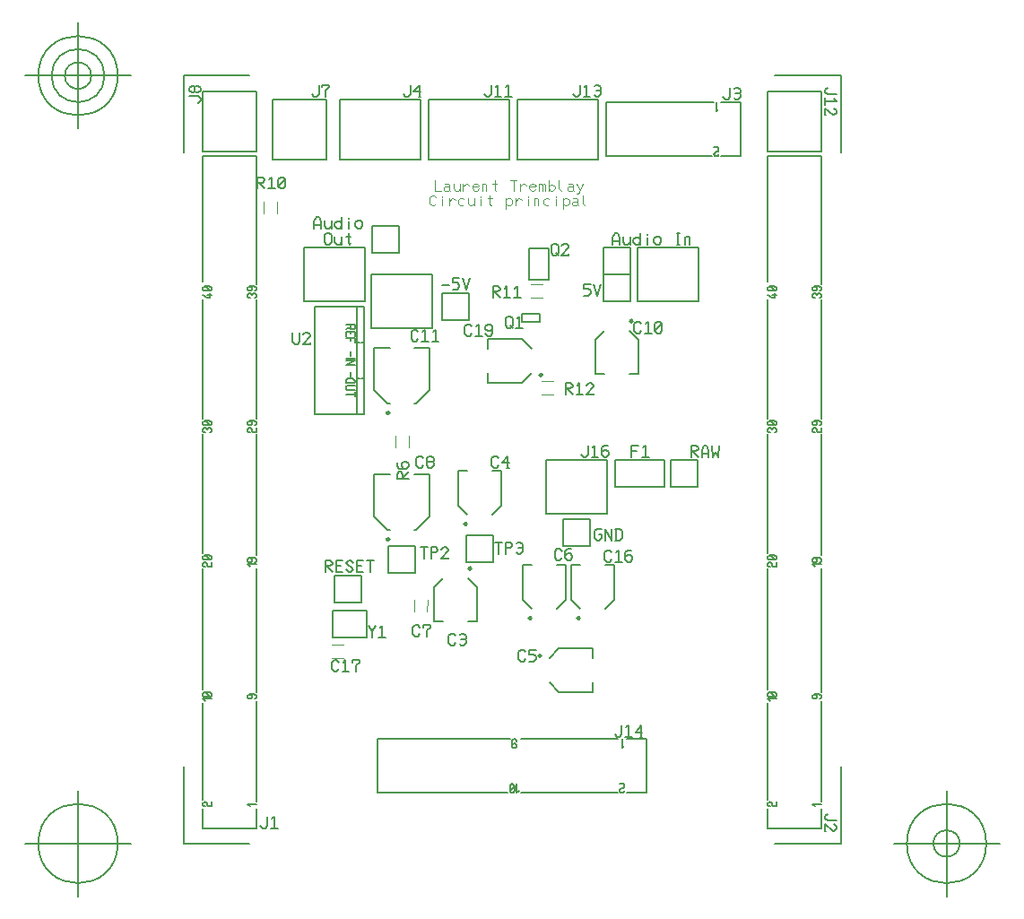
<source format=gbr>
G04 Generated by Ultiboard 13.0 *
%FSLAX25Y25*%
%MOIN*%

%ADD10C,0.00001*%
%ADD11C,0.00800*%
%ADD12C,0.00667*%
%ADD13C,0.00787*%
%ADD14C,0.00984*%
%ADD15C,0.00100*%
%ADD16C,0.00367*%
%ADD17C,0.00500*%


G04 ColorRGB FFFF00 for the following layer *
%LNSilkscreen Top*%
%LPD*%
G54D10*
G54D11*
X386000Y188000D02*
X386000Y178000D01*
X396000Y178000D01*
X396000Y188000D01*
X386000Y188000D01*
X301000Y250000D02*
X301000Y240000D01*
X311000Y240000D01*
X311000Y250000D01*
X301000Y250000D01*
X361000Y257000D02*
X361000Y247000D01*
X371000Y247000D01*
X371000Y257000D01*
X361000Y257000D01*
X361000Y267000D02*
X361000Y257000D01*
X371000Y257000D01*
X371000Y267000D01*
X361000Y267000D01*
X310000Y160000D02*
X310000Y150000D01*
X320000Y150000D01*
X320000Y160000D01*
X310000Y160000D01*
X232000Y325250D02*
X212000Y325250D01*
X212000Y302750D01*
X232000Y302750D01*
X232000Y325250D01*
X258000Y322250D02*
X238000Y322250D01*
X238000Y299750D01*
X258000Y299750D01*
X258000Y322250D01*
X337248Y242575D02*
X330752Y242575D01*
X330752Y239425D01*
X337248Y239425D01*
X337248Y242575D01*
X333260Y266709D02*
X333260Y255291D01*
X340740Y255291D01*
X340740Y266709D01*
X333260Y266709D01*
X249750Y267000D02*
X249750Y247000D01*
X272250Y247000D01*
X272250Y267000D01*
X249750Y267000D01*
X373750Y267000D02*
X373750Y247000D01*
X396250Y247000D01*
X396250Y267000D01*
X373750Y267000D01*
X293000Y322250D02*
X263000Y322250D01*
X263000Y299750D01*
X293000Y299750D01*
X293000Y322250D01*
X339750Y188000D02*
X339750Y168000D01*
X362250Y168000D01*
X362250Y188000D01*
X339750Y188000D01*
X326000Y322250D02*
X296000Y322250D01*
X296000Y299750D01*
X326000Y299750D01*
X326000Y322250D01*
X359000Y322250D02*
X329000Y322250D01*
X329000Y299750D01*
X359000Y299750D01*
X359000Y322250D01*
X346000Y166000D02*
X346000Y156000D01*
X356000Y156000D01*
X356000Y166000D01*
X346000Y166000D01*
X260378Y122256D02*
X272977Y122256D01*
X272977Y132098D01*
X260378Y132098D01*
X260378Y122256D01*
X271000Y135000D02*
X271000Y145000D01*
X261000Y145000D01*
X261000Y135000D01*
X271000Y135000D01*
X383667Y178000D02*
X365333Y178000D01*
X365333Y188000D02*
X383667Y188000D01*
X365333Y178000D02*
X365333Y188000D01*
X383667Y188000D02*
X383667Y178000D01*
X277000Y84400D02*
X326167Y84400D01*
X277000Y64400D02*
X325333Y64400D01*
X377000Y84400D02*
X377000Y64400D01*
X369500Y84400D02*
X377000Y84400D01*
X366167Y84400D02*
X330333Y84400D01*
X367833Y81067D02*
X368667Y81900D01*
X367833Y84400D02*
X367833Y81067D01*
X327000Y81900D02*
X327003Y81827D01*
X327013Y81755D01*
X327029Y81684D01*
X327050Y81615D01*
X327078Y81548D01*
X327112Y81483D01*
X327151Y81422D01*
X327195Y81364D01*
X327244Y81311D01*
X327298Y81262D01*
X327355Y81217D01*
X327417Y81178D01*
X327481Y81145D01*
X327548Y81117D01*
X327618Y81095D01*
X327689Y81079D01*
X327761Y81070D01*
X327833Y81067D01*
X327906Y81070D01*
X327978Y81079D01*
X328049Y81095D01*
X328118Y81117D01*
X328186Y81145D01*
X328250Y81178D01*
X328311Y81217D01*
X328369Y81262D01*
X328423Y81311D01*
X328472Y81364D01*
X328516Y81422D01*
X328555Y81483D01*
X328589Y81548D01*
X328617Y81615D01*
X328638Y81684D01*
X328654Y81755D01*
X328664Y81827D01*
X328667Y81900D01*
X328664Y81973D01*
X328654Y82045D01*
X328638Y82116D01*
X328617Y82185D01*
X328589Y82252D01*
X328555Y82317D01*
X328516Y82378D01*
X328472Y82436D01*
X328423Y82489D01*
X328369Y82538D01*
X328311Y82583D01*
X328250Y82622D01*
X328186Y82655D01*
X328118Y82683D01*
X328049Y82705D01*
X327978Y82721D01*
X327906Y82730D01*
X327833Y82733D01*
X327761Y82730D01*
X327689Y82721D01*
X327618Y82705D01*
X327548Y82683D01*
X327481Y82655D01*
X327417Y82622D01*
X327355Y82583D01*
X327298Y82538D01*
X327244Y82489D01*
X327195Y82436D01*
X327151Y82378D01*
X327112Y82317D01*
X327078Y82252D01*
X327050Y82185D01*
X327029Y82116D01*
X327013Y82045D01*
X327003Y81973D01*
X327000Y81900D01*
X328667Y83567D02*
X328664Y83639D01*
X328654Y83711D01*
X328638Y83782D01*
X328617Y83852D01*
X328589Y83919D01*
X328555Y83983D01*
X328516Y84045D01*
X328472Y84102D01*
X328423Y84156D01*
X328369Y84205D01*
X328311Y84249D01*
X328250Y84288D01*
X328186Y84322D01*
X328118Y84350D01*
X328049Y84371D01*
X327978Y84387D01*
X327906Y84397D01*
X327833Y84400D01*
X327761Y84397D01*
X327689Y84387D01*
X327618Y84371D01*
X327548Y84350D01*
X327481Y84322D01*
X327417Y84288D01*
X327355Y84249D01*
X327298Y84205D01*
X327244Y84156D01*
X327195Y84102D01*
X327151Y84045D01*
X327112Y83983D01*
X327078Y83919D01*
X327050Y83852D01*
X327029Y83782D01*
X327013Y83711D01*
X327003Y83639D01*
X327000Y83567D01*
X327000Y83567D01*
X327000Y81900D01*
X377000Y64400D02*
X369500Y64400D01*
X366167Y64400D02*
X330333Y64400D01*
X367833Y66067D02*
X367761Y66064D01*
X367689Y66054D01*
X367618Y66038D01*
X367548Y66017D01*
X367481Y65989D01*
X367417Y65955D01*
X367355Y65916D01*
X367298Y65872D01*
X367244Y65823D01*
X367195Y65769D01*
X367151Y65711D01*
X367112Y65650D01*
X367078Y65586D01*
X367050Y65518D01*
X367029Y65449D01*
X367013Y65378D01*
X367003Y65306D01*
X367000Y65233D01*
X367003Y65161D01*
X367013Y65089D01*
X367029Y65018D01*
X367050Y64948D01*
X367078Y64881D01*
X367112Y64817D01*
X367151Y64755D01*
X367195Y64698D01*
X367244Y64644D01*
X367298Y64595D01*
X367355Y64551D01*
X367417Y64512D01*
X367481Y64478D01*
X367548Y64450D01*
X367618Y64429D01*
X367689Y64413D01*
X367761Y64403D01*
X367833Y64400D01*
X367906Y64403D01*
X367978Y64413D01*
X368049Y64429D01*
X368118Y64450D01*
X368186Y64478D01*
X368250Y64512D01*
X368311Y64551D01*
X368369Y64595D01*
X368423Y64644D01*
X368472Y64698D01*
X368516Y64755D01*
X368555Y64817D01*
X368589Y64881D01*
X368617Y64948D01*
X368638Y65018D01*
X368654Y65089D01*
X368664Y65161D01*
X368667Y65233D01*
X368667Y65233D01*
X367000Y67733D02*
X368667Y67733D01*
X367833Y66067D02*
X367906Y66070D01*
X367978Y66079D01*
X368049Y66095D01*
X368118Y66117D01*
X368186Y66145D01*
X368250Y66178D01*
X368311Y66217D01*
X368369Y66262D01*
X368423Y66311D01*
X368472Y66364D01*
X368516Y66422D01*
X368555Y66483D01*
X368589Y66548D01*
X368617Y66615D01*
X368638Y66684D01*
X368654Y66755D01*
X368664Y66827D01*
X368667Y66900D01*
X368667Y67733D02*
X368667Y66900D01*
X326167Y65233D02*
X327833Y66900D01*
X327830Y66973D01*
X327821Y67045D01*
X327805Y67116D01*
X327783Y67185D01*
X327755Y67252D01*
X327722Y67317D01*
X327683Y67378D01*
X327638Y67436D01*
X327589Y67489D01*
X327536Y67538D01*
X327478Y67583D01*
X327417Y67622D01*
X327352Y67655D01*
X327285Y67683D01*
X327216Y67705D01*
X327145Y67721D01*
X327073Y67730D01*
X327000Y67733D01*
X326927Y67730D01*
X326855Y67721D01*
X326784Y67705D01*
X326715Y67683D01*
X326648Y67655D01*
X326583Y67622D01*
X326522Y67583D01*
X326464Y67538D01*
X326411Y67489D01*
X326362Y67436D01*
X326317Y67378D01*
X326278Y67317D01*
X326245Y67252D01*
X326217Y67185D01*
X326195Y67116D01*
X326179Y67045D01*
X326170Y66973D01*
X326167Y66900D01*
X326167Y65233D02*
X326170Y65161D01*
X326179Y65089D01*
X326195Y65018D01*
X326217Y64948D01*
X326245Y64881D01*
X326278Y64817D01*
X326317Y64755D01*
X326362Y64698D01*
X326411Y64644D01*
X326464Y64595D01*
X326522Y64551D01*
X326583Y64512D01*
X326648Y64478D01*
X326715Y64450D01*
X326784Y64429D01*
X326855Y64413D01*
X326927Y64403D01*
X327000Y64400D01*
X327073Y64403D01*
X327145Y64413D01*
X327216Y64429D01*
X327285Y64450D01*
X327352Y64478D01*
X327417Y64512D01*
X327478Y64551D01*
X327536Y64595D01*
X327589Y64644D01*
X327638Y64698D01*
X327683Y64755D01*
X327722Y64817D01*
X327755Y64881D01*
X327783Y64948D01*
X327805Y65018D01*
X327821Y65089D01*
X327830Y65161D01*
X327833Y65233D01*
X326167Y65233D02*
X326167Y66900D01*
X327833Y66900D02*
X327833Y65233D01*
X328667Y64400D02*
X329500Y65233D01*
X328667Y67733D02*
X328667Y64400D01*
X277000Y64400D02*
X277000Y84400D01*
X362100Y321000D02*
X402100Y321000D01*
X362100Y301000D02*
X401267Y301000D01*
X402933Y302667D02*
X402861Y302664D01*
X402789Y302654D01*
X402718Y302638D01*
X402648Y302617D01*
X402581Y302589D01*
X402517Y302555D01*
X402455Y302516D01*
X402398Y302472D01*
X402344Y302423D01*
X402295Y302369D01*
X402251Y302311D01*
X402212Y302250D01*
X402178Y302186D01*
X402150Y302118D01*
X402129Y302049D01*
X402113Y301978D01*
X402103Y301906D01*
X402100Y301833D01*
X402103Y301761D01*
X402113Y301689D01*
X402129Y301618D01*
X402150Y301548D01*
X402178Y301481D01*
X402212Y301417D01*
X402251Y301355D01*
X402295Y301298D01*
X402344Y301244D01*
X402398Y301195D01*
X402455Y301151D01*
X402517Y301112D01*
X402581Y301078D01*
X402648Y301050D01*
X402718Y301029D01*
X402789Y301013D01*
X402861Y301003D01*
X402933Y301000D01*
X403006Y301003D01*
X403078Y301013D01*
X403149Y301029D01*
X403218Y301050D01*
X403286Y301078D01*
X403350Y301112D01*
X403411Y301151D01*
X403469Y301195D01*
X403523Y301244D01*
X403572Y301298D01*
X403616Y301355D01*
X403655Y301417D01*
X403689Y301481D01*
X403717Y301548D01*
X403738Y301618D01*
X403754Y301689D01*
X403764Y301761D01*
X403767Y301833D01*
X402100Y304333D02*
X403767Y304333D01*
X412100Y321000D02*
X412100Y301000D01*
X402933Y317667D02*
X402933Y321000D01*
X403767Y318500D02*
X402933Y317667D01*
X404600Y321000D02*
X412100Y321000D01*
X412100Y301000D02*
X404600Y301000D01*
X402933Y302667D02*
X403006Y302670D01*
X403078Y302679D01*
X403149Y302695D01*
X403218Y302717D01*
X403286Y302745D01*
X403350Y302778D01*
X403411Y302817D01*
X403469Y302862D01*
X403523Y302911D01*
X403572Y302964D01*
X403616Y303022D01*
X403655Y303083D01*
X403689Y303148D01*
X403717Y303215D01*
X403738Y303284D01*
X403754Y303355D01*
X403764Y303427D01*
X403767Y303500D01*
X403767Y304333D02*
X403767Y303500D01*
X362100Y301000D02*
X362100Y321000D01*
X229500Y151833D02*
X229427Y151830D01*
X229355Y151821D01*
X229284Y151805D01*
X229215Y151783D01*
X229148Y151755D01*
X229083Y151722D01*
X229022Y151683D01*
X228964Y151638D01*
X228911Y151589D01*
X228862Y151536D01*
X228817Y151478D01*
X228778Y151417D01*
X228745Y151352D01*
X228717Y151285D01*
X228695Y151216D01*
X228679Y151145D01*
X228670Y151073D01*
X228667Y151000D01*
X228670Y150927D01*
X228679Y150855D01*
X228695Y150784D01*
X228717Y150715D01*
X228745Y150648D01*
X228778Y150583D01*
X228817Y150522D01*
X228862Y150464D01*
X228911Y150411D01*
X228964Y150362D01*
X229022Y150317D01*
X229083Y150278D01*
X229148Y150245D01*
X229215Y150217D01*
X229284Y150195D01*
X229355Y150179D01*
X229427Y150170D01*
X229500Y150167D01*
X229573Y150170D01*
X229645Y150179D01*
X229716Y150195D01*
X229785Y150217D01*
X229852Y150245D01*
X229917Y150278D01*
X229978Y150317D01*
X230036Y150362D01*
X230089Y150411D01*
X230138Y150464D01*
X230183Y150522D01*
X230222Y150583D01*
X230255Y150648D01*
X230283Y150715D01*
X230305Y150784D01*
X230321Y150855D01*
X230330Y150927D01*
X230333Y151000D01*
X230330Y151073D01*
X230321Y151145D01*
X230305Y151216D01*
X230283Y151285D01*
X230255Y151352D01*
X230222Y151417D01*
X230183Y151478D01*
X230138Y151536D01*
X230089Y151589D01*
X230036Y151638D01*
X229978Y151683D01*
X229917Y151722D01*
X229852Y151755D01*
X229785Y151783D01*
X229716Y151805D01*
X229645Y151821D01*
X229573Y151830D01*
X229500Y151833D01*
X231167Y150167D02*
X231239Y150170D01*
X231311Y150179D01*
X231382Y150195D01*
X231452Y150217D01*
X231519Y150245D01*
X231583Y150278D01*
X231645Y150317D01*
X231702Y150362D01*
X231756Y150411D01*
X231805Y150464D01*
X231849Y150522D01*
X231888Y150583D01*
X231922Y150648D01*
X231950Y150715D01*
X231971Y150784D01*
X231987Y150855D01*
X231997Y150927D01*
X232000Y151000D01*
X231997Y151073D01*
X231987Y151145D01*
X231971Y151216D01*
X231950Y151285D01*
X231922Y151352D01*
X231888Y151417D01*
X231849Y151478D01*
X231805Y151536D01*
X231756Y151589D01*
X231702Y151638D01*
X231645Y151683D01*
X231583Y151722D01*
X231519Y151755D01*
X231452Y151783D01*
X231382Y151805D01*
X231311Y151821D01*
X231239Y151830D01*
X231167Y151833D01*
X231167Y151833D01*
X215333Y150167D02*
X215333Y148500D01*
X213667Y149333D02*
X213664Y149406D01*
X213654Y149478D01*
X213638Y149549D01*
X213617Y149618D01*
X213589Y149686D01*
X213555Y149750D01*
X213516Y149811D01*
X213472Y149869D01*
X213423Y149923D01*
X213369Y149972D01*
X213311Y150016D01*
X213250Y150055D01*
X213186Y150089D01*
X213118Y150117D01*
X213049Y150138D01*
X212978Y150154D01*
X212906Y150164D01*
X212833Y150167D01*
X212761Y150164D01*
X212689Y150154D01*
X212618Y150138D01*
X212548Y150117D01*
X212481Y150089D01*
X212417Y150055D01*
X212355Y150016D01*
X212298Y149972D01*
X212244Y149923D01*
X212195Y149869D01*
X212151Y149811D01*
X212112Y149750D01*
X212078Y149686D01*
X212050Y149618D01*
X212029Y149549D01*
X212013Y149478D01*
X212003Y149406D01*
X212000Y149333D01*
X212003Y149261D01*
X212013Y149189D01*
X212029Y149118D01*
X212050Y149048D01*
X212078Y148981D01*
X212112Y148917D01*
X212151Y148855D01*
X212195Y148798D01*
X212244Y148744D01*
X212298Y148695D01*
X212355Y148651D01*
X212417Y148612D01*
X212481Y148578D01*
X212548Y148550D01*
X212618Y148529D01*
X212689Y148513D01*
X212761Y148503D01*
X212833Y148500D01*
X232000Y98500D02*
X232000Y61000D01*
X212000Y97667D02*
X212000Y61833D01*
X212000Y51000D02*
X232000Y51000D01*
X232000Y58500D01*
X232000Y60167D02*
X228667Y60167D01*
X229500Y59333D01*
X212000Y58500D02*
X212000Y51000D01*
X215333Y61000D02*
X215333Y59333D01*
X213667Y60167D02*
X213664Y60239D01*
X213654Y60311D01*
X213638Y60382D01*
X213617Y60452D01*
X213589Y60519D01*
X213555Y60583D01*
X213516Y60645D01*
X213472Y60702D01*
X213423Y60756D01*
X213369Y60805D01*
X213311Y60849D01*
X213250Y60888D01*
X213186Y60922D01*
X213118Y60950D01*
X213049Y60971D01*
X212978Y60987D01*
X212906Y60997D01*
X212833Y61000D01*
X212761Y60997D01*
X212689Y60987D01*
X212618Y60971D01*
X212548Y60950D01*
X212481Y60922D01*
X212417Y60888D01*
X212355Y60849D01*
X212298Y60805D01*
X212244Y60756D01*
X212195Y60702D01*
X212151Y60645D01*
X212112Y60583D01*
X212078Y60519D01*
X212050Y60452D01*
X212029Y60382D01*
X212013Y60311D01*
X212003Y60239D01*
X212000Y60167D01*
X212003Y60094D01*
X212013Y60022D01*
X212029Y59951D01*
X212050Y59882D01*
X212078Y59814D01*
X212112Y59750D01*
X212151Y59689D01*
X212195Y59631D01*
X212244Y59577D01*
X212298Y59528D01*
X212355Y59484D01*
X212417Y59445D01*
X212481Y59411D01*
X212548Y59383D01*
X212618Y59362D01*
X212689Y59346D01*
X212761Y59336D01*
X212833Y59333D01*
X213667Y60167D02*
X213670Y60094D01*
X213679Y60022D01*
X213695Y59951D01*
X213717Y59882D01*
X213745Y59814D01*
X213778Y59750D01*
X213817Y59689D01*
X213862Y59631D01*
X213911Y59577D01*
X213964Y59528D01*
X214022Y59484D01*
X214083Y59445D01*
X214148Y59411D01*
X214215Y59383D01*
X214284Y59362D01*
X214355Y59346D01*
X214427Y59336D01*
X214500Y59333D01*
X215333Y59333D02*
X214500Y59333D01*
X232000Y147667D02*
X232000Y101833D01*
X229500Y101000D02*
X229427Y100997D01*
X229355Y100987D01*
X229284Y100971D01*
X229215Y100950D01*
X229148Y100922D01*
X229083Y100888D01*
X229022Y100849D01*
X228964Y100805D01*
X228911Y100756D01*
X228862Y100702D01*
X228817Y100645D01*
X228778Y100583D01*
X228745Y100519D01*
X228717Y100452D01*
X228695Y100382D01*
X228679Y100311D01*
X228670Y100239D01*
X228667Y100167D01*
X228670Y100094D01*
X228679Y100022D01*
X228695Y99951D01*
X228717Y99882D01*
X228745Y99814D01*
X228778Y99750D01*
X228817Y99689D01*
X228862Y99631D01*
X228911Y99577D01*
X228964Y99528D01*
X229022Y99484D01*
X229083Y99445D01*
X229148Y99411D01*
X229215Y99383D01*
X229284Y99362D01*
X229355Y99346D01*
X229427Y99336D01*
X229500Y99333D01*
X229573Y99336D01*
X229645Y99346D01*
X229716Y99362D01*
X229785Y99383D01*
X229852Y99411D01*
X229917Y99445D01*
X229978Y99484D01*
X230036Y99528D01*
X230089Y99577D01*
X230138Y99631D01*
X230183Y99689D01*
X230222Y99750D01*
X230255Y99814D01*
X230283Y99882D01*
X230305Y99951D01*
X230321Y100022D01*
X230330Y100094D01*
X230333Y100167D01*
X230330Y100239D01*
X230321Y100311D01*
X230305Y100382D01*
X230283Y100452D01*
X230255Y100519D01*
X230222Y100583D01*
X230183Y100645D01*
X230138Y100702D01*
X230089Y100756D01*
X230036Y100805D01*
X229978Y100849D01*
X229917Y100888D01*
X229852Y100922D01*
X229785Y100950D01*
X229716Y100971D01*
X229645Y100987D01*
X229573Y100997D01*
X229500Y101000D01*
X231167Y101000D02*
X229500Y101000D01*
X231167Y99333D02*
X231239Y99336D01*
X231311Y99346D01*
X231382Y99362D01*
X231452Y99383D01*
X231519Y99411D01*
X231583Y99445D01*
X231645Y99484D01*
X231702Y99528D01*
X231756Y99577D01*
X231805Y99631D01*
X231849Y99689D01*
X231888Y99750D01*
X231922Y99814D01*
X231950Y99882D01*
X231971Y99951D01*
X231987Y100022D01*
X231997Y100094D01*
X232000Y100167D01*
X231997Y100239D01*
X231987Y100311D01*
X231971Y100382D01*
X231950Y100452D01*
X231922Y100519D01*
X231888Y100583D01*
X231849Y100645D01*
X231805Y100702D01*
X231756Y100756D01*
X231702Y100805D01*
X231645Y100849D01*
X231583Y100888D01*
X231519Y100922D01*
X231452Y100950D01*
X231382Y100971D01*
X231311Y100987D01*
X231239Y100997D01*
X231167Y101000D01*
X231167Y101000D01*
X228667Y149333D02*
X229500Y148500D01*
X232000Y149333D02*
X228667Y149333D01*
X212000Y147667D02*
X212000Y102667D01*
X215333Y99333D02*
X212000Y99333D01*
X212833Y101833D02*
X212761Y101830D01*
X212689Y101821D01*
X212618Y101805D01*
X212548Y101783D01*
X212481Y101755D01*
X212417Y101722D01*
X212355Y101683D01*
X212298Y101638D01*
X212244Y101589D01*
X212195Y101536D01*
X212151Y101478D01*
X212112Y101417D01*
X212078Y101352D01*
X212050Y101285D01*
X212029Y101216D01*
X212013Y101145D01*
X212003Y101073D01*
X212000Y101000D01*
X212003Y100927D01*
X212013Y100855D01*
X212029Y100784D01*
X212050Y100715D01*
X212078Y100648D01*
X212112Y100583D01*
X212151Y100522D01*
X212195Y100464D01*
X212244Y100411D01*
X212298Y100362D01*
X212355Y100317D01*
X212417Y100278D01*
X212481Y100245D01*
X212548Y100217D01*
X212618Y100195D01*
X212689Y100179D01*
X212761Y100170D01*
X212833Y100167D01*
X212000Y99333D02*
X212833Y98500D01*
X212833Y101833D02*
X214500Y100167D01*
X212833Y101833D02*
X214500Y101833D01*
X214500Y100167D02*
X212833Y100167D01*
X214500Y100167D02*
X214573Y100170D01*
X214645Y100179D01*
X214716Y100195D01*
X214785Y100217D01*
X214852Y100245D01*
X214917Y100278D01*
X214978Y100317D01*
X215036Y100362D01*
X215089Y100411D01*
X215138Y100464D01*
X215183Y100522D01*
X215222Y100583D01*
X215255Y100648D01*
X215283Y100715D01*
X215305Y100784D01*
X215321Y100855D01*
X215330Y100927D01*
X215333Y101000D01*
X215330Y101073D01*
X215321Y101145D01*
X215305Y101216D01*
X215283Y101285D01*
X215255Y101352D01*
X215222Y101417D01*
X215183Y101478D01*
X215138Y101536D01*
X215089Y101589D01*
X215036Y101638D01*
X214978Y101683D01*
X214917Y101722D01*
X214852Y101755D01*
X214785Y101783D01*
X214716Y101805D01*
X214645Y101821D01*
X214573Y101830D01*
X214500Y101833D01*
X213667Y149333D02*
X213670Y149261D01*
X213679Y149189D01*
X213695Y149118D01*
X213717Y149048D01*
X213745Y148981D01*
X213778Y148917D01*
X213817Y148855D01*
X213862Y148798D01*
X213911Y148744D01*
X213964Y148695D01*
X214022Y148651D01*
X214083Y148612D01*
X214148Y148578D01*
X214215Y148550D01*
X214284Y148529D01*
X214355Y148513D01*
X214427Y148503D01*
X214500Y148500D01*
X215333Y148500D02*
X214500Y148500D01*
X232000Y301000D02*
X232000Y253500D01*
X212000Y301000D02*
X212000Y254333D01*
X232000Y247667D02*
X232000Y203500D01*
X212000Y247667D02*
X212000Y203500D01*
X232000Y197667D02*
X232000Y152667D01*
X231167Y151833D02*
X229500Y151833D01*
X229500Y202667D02*
X229427Y202664D01*
X229355Y202654D01*
X229284Y202638D01*
X229215Y202617D01*
X229148Y202589D01*
X229083Y202555D01*
X229022Y202516D01*
X228964Y202472D01*
X228911Y202423D01*
X228862Y202369D01*
X228817Y202311D01*
X228778Y202250D01*
X228745Y202186D01*
X228717Y202118D01*
X228695Y202049D01*
X228679Y201978D01*
X228670Y201906D01*
X228667Y201833D01*
X228670Y201761D01*
X228679Y201689D01*
X228695Y201618D01*
X228717Y201548D01*
X228745Y201481D01*
X228778Y201417D01*
X228817Y201355D01*
X228862Y201298D01*
X228911Y201244D01*
X228964Y201195D01*
X229022Y201151D01*
X229083Y201112D01*
X229148Y201078D01*
X229215Y201050D01*
X229284Y201029D01*
X229355Y201013D01*
X229427Y201003D01*
X229500Y201000D01*
X229573Y201003D01*
X229645Y201013D01*
X229716Y201029D01*
X229785Y201050D01*
X229852Y201078D01*
X229917Y201112D01*
X229978Y201151D01*
X230036Y201195D01*
X230089Y201244D01*
X230138Y201298D01*
X230183Y201355D01*
X230222Y201417D01*
X230255Y201481D01*
X230283Y201548D01*
X230305Y201618D01*
X230321Y201689D01*
X230330Y201761D01*
X230333Y201833D01*
X230330Y201906D01*
X230321Y201978D01*
X230305Y202049D01*
X230283Y202118D01*
X230255Y202186D01*
X230222Y202250D01*
X230183Y202311D01*
X230138Y202369D01*
X230089Y202423D01*
X230036Y202472D01*
X229978Y202516D01*
X229917Y202555D01*
X229852Y202589D01*
X229785Y202617D01*
X229716Y202638D01*
X229645Y202654D01*
X229573Y202664D01*
X229500Y202667D01*
X231167Y202667D02*
X229500Y202667D01*
X231167Y201000D02*
X231239Y201003D01*
X231311Y201013D01*
X231382Y201029D01*
X231452Y201050D01*
X231519Y201078D01*
X231583Y201112D01*
X231645Y201151D01*
X231702Y201195D01*
X231756Y201244D01*
X231805Y201298D01*
X231849Y201355D01*
X231888Y201417D01*
X231922Y201481D01*
X231950Y201548D01*
X231971Y201618D01*
X231987Y201689D01*
X231997Y201761D01*
X232000Y201833D01*
X231997Y201906D01*
X231987Y201978D01*
X231971Y202049D01*
X231950Y202118D01*
X231922Y202186D01*
X231888Y202250D01*
X231849Y202311D01*
X231805Y202369D01*
X231756Y202423D01*
X231702Y202472D01*
X231645Y202516D01*
X231583Y202555D01*
X231519Y202589D01*
X231452Y202617D01*
X231382Y202638D01*
X231311Y202654D01*
X231239Y202664D01*
X231167Y202667D01*
X231167Y202667D01*
X230333Y199333D02*
X230330Y199406D01*
X230321Y199478D01*
X230305Y199549D01*
X230283Y199618D01*
X230255Y199686D01*
X230222Y199750D01*
X230183Y199811D01*
X230138Y199869D01*
X230089Y199923D01*
X230036Y199972D01*
X229978Y200016D01*
X229917Y200055D01*
X229852Y200089D01*
X229785Y200117D01*
X229716Y200138D01*
X229645Y200154D01*
X229573Y200164D01*
X229500Y200167D01*
X229427Y200164D01*
X229355Y200154D01*
X229284Y200138D01*
X229215Y200117D01*
X229148Y200089D01*
X229083Y200055D01*
X229022Y200016D01*
X228964Y199972D01*
X228911Y199923D01*
X228862Y199869D01*
X228817Y199811D01*
X228778Y199750D01*
X228745Y199686D01*
X228717Y199618D01*
X228695Y199549D01*
X228679Y199478D01*
X228670Y199406D01*
X228667Y199333D01*
X228670Y199261D01*
X228679Y199189D01*
X228695Y199118D01*
X228717Y199048D01*
X228745Y198981D01*
X228778Y198917D01*
X228817Y198855D01*
X228862Y198798D01*
X228911Y198744D01*
X228964Y198695D01*
X229022Y198651D01*
X229083Y198612D01*
X229148Y198578D01*
X229215Y198550D01*
X229284Y198529D01*
X229355Y198513D01*
X229427Y198503D01*
X229500Y198500D01*
X232000Y200167D02*
X232000Y198500D01*
X230333Y199333D02*
X230336Y199261D01*
X230346Y199189D01*
X230362Y199118D01*
X230383Y199048D01*
X230411Y198981D01*
X230445Y198917D01*
X230484Y198855D01*
X230528Y198798D01*
X230577Y198744D01*
X230631Y198695D01*
X230689Y198651D01*
X230750Y198612D01*
X230814Y198578D01*
X230882Y198550D01*
X230951Y198529D01*
X231022Y198513D01*
X231094Y198503D01*
X231167Y198500D01*
X232000Y198500D02*
X231167Y198500D01*
X212000Y197667D02*
X212000Y153500D01*
X212833Y152667D02*
X212761Y152664D01*
X212689Y152654D01*
X212618Y152638D01*
X212548Y152617D01*
X212481Y152589D01*
X212417Y152555D01*
X212355Y152516D01*
X212298Y152472D01*
X212244Y152423D01*
X212195Y152369D01*
X212151Y152311D01*
X212112Y152250D01*
X212078Y152186D01*
X212050Y152118D01*
X212029Y152049D01*
X212013Y151978D01*
X212003Y151906D01*
X212000Y151833D01*
X212003Y151761D01*
X212013Y151689D01*
X212029Y151618D01*
X212050Y151548D01*
X212078Y151481D01*
X212112Y151417D01*
X212151Y151355D01*
X212195Y151298D01*
X212244Y151244D01*
X212298Y151195D01*
X212355Y151151D01*
X212417Y151112D01*
X212481Y151078D01*
X212548Y151050D01*
X212618Y151029D01*
X212689Y151013D01*
X212761Y151003D01*
X212833Y151000D01*
X212833Y152667D02*
X214500Y151000D01*
X214573Y151003D01*
X214645Y151013D01*
X214716Y151029D01*
X214785Y151050D01*
X214852Y151078D01*
X214917Y151112D01*
X214978Y151151D01*
X215036Y151195D01*
X215089Y151244D01*
X215138Y151298D01*
X215183Y151355D01*
X215222Y151417D01*
X215255Y151481D01*
X215283Y151548D01*
X215305Y151618D01*
X215321Y151689D01*
X215330Y151761D01*
X215333Y151833D01*
X215330Y151906D01*
X215321Y151978D01*
X215305Y152049D01*
X215283Y152118D01*
X215255Y152186D01*
X215222Y152250D01*
X215183Y152311D01*
X215138Y152369D01*
X215089Y152423D01*
X215036Y152472D01*
X214978Y152516D01*
X214917Y152555D01*
X214852Y152589D01*
X214785Y152617D01*
X214716Y152638D01*
X214645Y152654D01*
X214573Y152664D01*
X214500Y152667D01*
X214500Y151000D02*
X212833Y151000D01*
X212833Y152667D02*
X214500Y152667D01*
X212833Y202667D02*
X212761Y202664D01*
X212689Y202654D01*
X212618Y202638D01*
X212548Y202617D01*
X212481Y202589D01*
X212417Y202555D01*
X212355Y202516D01*
X212298Y202472D01*
X212244Y202423D01*
X212195Y202369D01*
X212151Y202311D01*
X212112Y202250D01*
X212078Y202186D01*
X212050Y202118D01*
X212029Y202049D01*
X212013Y201978D01*
X212003Y201906D01*
X212000Y201833D01*
X212003Y201761D01*
X212013Y201689D01*
X212029Y201618D01*
X212050Y201548D01*
X212078Y201481D01*
X212112Y201417D01*
X212151Y201355D01*
X212195Y201298D01*
X212244Y201244D01*
X212298Y201195D01*
X212355Y201151D01*
X212417Y201112D01*
X212481Y201078D01*
X212548Y201050D01*
X212618Y201029D01*
X212689Y201013D01*
X212761Y201003D01*
X212833Y201000D01*
X214500Y202667D02*
X212833Y202667D01*
X214500Y201000D01*
X214573Y201003D01*
X214645Y201013D01*
X214716Y201029D01*
X214785Y201050D01*
X214852Y201078D01*
X214917Y201112D01*
X214978Y201151D01*
X215036Y201195D01*
X215089Y201244D01*
X215138Y201298D01*
X215183Y201355D01*
X215222Y201417D01*
X215255Y201481D01*
X215283Y201548D01*
X215305Y201618D01*
X215321Y201689D01*
X215330Y201761D01*
X215333Y201833D01*
X215330Y201906D01*
X215321Y201978D01*
X215305Y202049D01*
X215283Y202118D01*
X215255Y202186D01*
X215222Y202250D01*
X215183Y202311D01*
X215138Y202369D01*
X215089Y202423D01*
X215036Y202472D01*
X214978Y202516D01*
X214917Y202555D01*
X214852Y202589D01*
X214785Y202617D01*
X214716Y202638D01*
X214645Y202654D01*
X214573Y202664D01*
X214500Y202667D01*
X214500Y198500D02*
X214573Y198503D01*
X214645Y198513D01*
X214716Y198529D01*
X214785Y198550D01*
X214852Y198578D01*
X214917Y198612D01*
X214978Y198651D01*
X215036Y198695D01*
X215089Y198744D01*
X215138Y198798D01*
X215183Y198855D01*
X215222Y198917D01*
X215255Y198981D01*
X215283Y199048D01*
X215305Y199118D01*
X215321Y199189D01*
X215330Y199261D01*
X215333Y199333D01*
X215330Y199406D01*
X215321Y199478D01*
X215305Y199549D01*
X215283Y199618D01*
X215255Y199686D01*
X215222Y199750D01*
X215183Y199811D01*
X215138Y199869D01*
X215089Y199923D01*
X215036Y199972D01*
X214978Y200016D01*
X214917Y200055D01*
X214852Y200089D01*
X214785Y200117D01*
X214716Y200138D01*
X214645Y200154D01*
X214573Y200164D01*
X214500Y200167D01*
X214427Y200164D01*
X214355Y200154D01*
X214284Y200138D01*
X214215Y200117D01*
X214148Y200089D01*
X214083Y200055D01*
X214022Y200016D01*
X213964Y199972D01*
X213911Y199923D01*
X213862Y199869D01*
X213817Y199811D01*
X213778Y199750D01*
X213745Y199686D01*
X213717Y199618D01*
X213695Y199549D01*
X213679Y199478D01*
X213670Y199406D01*
X213667Y199333D01*
X213664Y199406D01*
X213654Y199478D01*
X213638Y199549D01*
X213617Y199618D01*
X213589Y199686D01*
X213555Y199750D01*
X213516Y199811D01*
X213472Y199869D01*
X213423Y199923D01*
X213369Y199972D01*
X213311Y200016D01*
X213250Y200055D01*
X213186Y200089D01*
X213118Y200117D01*
X213049Y200138D01*
X212978Y200154D01*
X212906Y200164D01*
X212833Y200167D01*
X212761Y200164D01*
X212689Y200154D01*
X212618Y200138D01*
X212548Y200117D01*
X212481Y200089D01*
X212417Y200055D01*
X212355Y200016D01*
X212298Y199972D01*
X212244Y199923D01*
X212195Y199869D01*
X212151Y199811D01*
X212112Y199750D01*
X212078Y199686D01*
X212050Y199618D01*
X212029Y199549D01*
X212013Y199478D01*
X212003Y199406D01*
X212000Y199333D01*
X212003Y199261D01*
X212013Y199189D01*
X212029Y199118D01*
X212050Y199048D01*
X212078Y198981D01*
X212112Y198917D01*
X212151Y198855D01*
X212195Y198798D01*
X212244Y198744D01*
X212298Y198695D01*
X212355Y198651D01*
X212417Y198612D01*
X212481Y198578D01*
X212548Y198550D01*
X212618Y198529D01*
X212689Y198513D01*
X212761Y198503D01*
X212833Y198500D01*
X214500Y201000D02*
X212833Y201000D01*
X230333Y249333D02*
X230330Y249406D01*
X230321Y249478D01*
X230305Y249549D01*
X230283Y249618D01*
X230255Y249686D01*
X230222Y249750D01*
X230183Y249811D01*
X230138Y249869D01*
X230089Y249923D01*
X230036Y249972D01*
X229978Y250016D01*
X229917Y250055D01*
X229852Y250089D01*
X229785Y250117D01*
X229716Y250138D01*
X229645Y250154D01*
X229573Y250164D01*
X229500Y250167D01*
X229427Y250164D01*
X229355Y250154D01*
X229284Y250138D01*
X229215Y250117D01*
X229148Y250089D01*
X229083Y250055D01*
X229022Y250016D01*
X228964Y249972D01*
X228911Y249923D01*
X228862Y249869D01*
X228817Y249811D01*
X228778Y249750D01*
X228745Y249686D01*
X228717Y249618D01*
X228695Y249549D01*
X228679Y249478D01*
X228670Y249406D01*
X228667Y249333D01*
X228670Y249261D01*
X228679Y249189D01*
X228695Y249118D01*
X228717Y249048D01*
X228745Y248981D01*
X228778Y248917D01*
X228817Y248855D01*
X228862Y248798D01*
X228911Y248744D01*
X228964Y248695D01*
X229022Y248651D01*
X229083Y248612D01*
X229148Y248578D01*
X229215Y248550D01*
X229284Y248529D01*
X229355Y248513D01*
X229427Y248503D01*
X229500Y248500D01*
X231167Y248500D02*
X231239Y248503D01*
X231311Y248513D01*
X231382Y248529D01*
X231452Y248550D01*
X231519Y248578D01*
X231583Y248612D01*
X231645Y248651D01*
X231702Y248695D01*
X231756Y248744D01*
X231805Y248798D01*
X231849Y248855D01*
X231888Y248917D01*
X231922Y248981D01*
X231950Y249048D01*
X231971Y249118D01*
X231987Y249189D01*
X231997Y249261D01*
X232000Y249333D01*
X231997Y249406D01*
X231987Y249478D01*
X231971Y249549D01*
X231950Y249618D01*
X231922Y249686D01*
X231888Y249750D01*
X231849Y249811D01*
X231805Y249869D01*
X231756Y249923D01*
X231702Y249972D01*
X231645Y250016D01*
X231583Y250055D01*
X231519Y250089D01*
X231452Y250117D01*
X231382Y250138D01*
X231311Y250154D01*
X231239Y250164D01*
X231167Y250167D01*
X231094Y250164D01*
X231022Y250154D01*
X230951Y250138D01*
X230882Y250117D01*
X230814Y250089D01*
X230750Y250055D01*
X230689Y250016D01*
X230631Y249972D01*
X230577Y249923D01*
X230528Y249869D01*
X230484Y249811D01*
X230445Y249750D01*
X230411Y249686D01*
X230383Y249618D01*
X230362Y249549D01*
X230346Y249478D01*
X230336Y249406D01*
X230333Y249333D01*
X230333Y249333D01*
X229500Y252667D02*
X229427Y252664D01*
X229355Y252654D01*
X229284Y252638D01*
X229215Y252617D01*
X229148Y252589D01*
X229083Y252555D01*
X229022Y252516D01*
X228964Y252472D01*
X228911Y252423D01*
X228862Y252369D01*
X228817Y252311D01*
X228778Y252250D01*
X228745Y252186D01*
X228717Y252118D01*
X228695Y252049D01*
X228679Y251978D01*
X228670Y251906D01*
X228667Y251833D01*
X228670Y251761D01*
X228679Y251689D01*
X228695Y251618D01*
X228717Y251548D01*
X228745Y251481D01*
X228778Y251417D01*
X228817Y251355D01*
X228862Y251298D01*
X228911Y251244D01*
X228964Y251195D01*
X229022Y251151D01*
X229083Y251112D01*
X229148Y251078D01*
X229215Y251050D01*
X229284Y251029D01*
X229355Y251013D01*
X229427Y251003D01*
X229500Y251000D01*
X229573Y251003D01*
X229645Y251013D01*
X229716Y251029D01*
X229785Y251050D01*
X229852Y251078D01*
X229917Y251112D01*
X229978Y251151D01*
X230036Y251195D01*
X230089Y251244D01*
X230138Y251298D01*
X230183Y251355D01*
X230222Y251417D01*
X230255Y251481D01*
X230283Y251548D01*
X230305Y251618D01*
X230321Y251689D01*
X230330Y251761D01*
X230333Y251833D01*
X230330Y251906D01*
X230321Y251978D01*
X230305Y252049D01*
X230283Y252118D01*
X230255Y252186D01*
X230222Y252250D01*
X230183Y252311D01*
X230138Y252369D01*
X230089Y252423D01*
X230036Y252472D01*
X229978Y252516D01*
X229917Y252555D01*
X229852Y252589D01*
X229785Y252617D01*
X229716Y252638D01*
X229645Y252654D01*
X229573Y252664D01*
X229500Y252667D01*
X231167Y252667D02*
X229500Y252667D01*
X231167Y251000D02*
X231239Y251003D01*
X231311Y251013D01*
X231382Y251029D01*
X231452Y251050D01*
X231519Y251078D01*
X231583Y251112D01*
X231645Y251151D01*
X231702Y251195D01*
X231756Y251244D01*
X231805Y251298D01*
X231849Y251355D01*
X231888Y251417D01*
X231922Y251481D01*
X231950Y251548D01*
X231971Y251618D01*
X231987Y251689D01*
X231997Y251761D01*
X232000Y251833D01*
X231997Y251906D01*
X231987Y251978D01*
X231971Y252049D01*
X231950Y252118D01*
X231922Y252186D01*
X231888Y252250D01*
X231849Y252311D01*
X231805Y252369D01*
X231756Y252423D01*
X231702Y252472D01*
X231645Y252516D01*
X231583Y252555D01*
X231519Y252589D01*
X231452Y252617D01*
X231382Y252638D01*
X231311Y252654D01*
X231239Y252664D01*
X231167Y252667D01*
X231167Y252667D01*
X213667Y248500D02*
X212000Y249333D01*
X212833Y252667D02*
X212761Y252664D01*
X212689Y252654D01*
X212618Y252638D01*
X212548Y252617D01*
X212481Y252589D01*
X212417Y252555D01*
X212355Y252516D01*
X212298Y252472D01*
X212244Y252423D01*
X212195Y252369D01*
X212151Y252311D01*
X212112Y252250D01*
X212078Y252186D01*
X212050Y252118D01*
X212029Y252049D01*
X212013Y251978D01*
X212003Y251906D01*
X212000Y251833D01*
X212003Y251761D01*
X212013Y251689D01*
X212029Y251618D01*
X212050Y251548D01*
X212078Y251481D01*
X212112Y251417D01*
X212151Y251355D01*
X212195Y251298D01*
X212244Y251244D01*
X212298Y251195D01*
X212355Y251151D01*
X212417Y251112D01*
X212481Y251078D01*
X212548Y251050D01*
X212618Y251029D01*
X212689Y251013D01*
X212761Y251003D01*
X212833Y251000D01*
X214500Y250167D02*
X214500Y248500D01*
X215333Y249333D02*
X213667Y249333D01*
X214500Y248500D02*
X213667Y248500D01*
X212833Y252667D02*
X214500Y251000D01*
X212833Y251000D01*
X212833Y252667D02*
X214500Y252667D01*
X214500Y251000D02*
X214573Y251003D01*
X214645Y251013D01*
X214716Y251029D01*
X214785Y251050D01*
X214852Y251078D01*
X214917Y251112D01*
X214978Y251151D01*
X215036Y251195D01*
X215089Y251244D01*
X215138Y251298D01*
X215183Y251355D01*
X215222Y251417D01*
X215255Y251481D01*
X215283Y251548D01*
X215305Y251618D01*
X215321Y251689D01*
X215330Y251761D01*
X215333Y251833D01*
X215330Y251906D01*
X215321Y251978D01*
X215305Y252049D01*
X215283Y252118D01*
X215255Y252186D01*
X215222Y252250D01*
X215183Y252311D01*
X215138Y252369D01*
X215089Y252423D01*
X215036Y252472D01*
X214978Y252516D01*
X214917Y252555D01*
X214852Y252589D01*
X214785Y252617D01*
X214716Y252638D01*
X214645Y252654D01*
X214573Y252664D01*
X214500Y252667D01*
X212000Y301000D02*
X232000Y301000D01*
X439500Y151833D02*
X439427Y151830D01*
X439355Y151821D01*
X439284Y151805D01*
X439215Y151783D01*
X439148Y151755D01*
X439083Y151722D01*
X439022Y151683D01*
X438964Y151638D01*
X438911Y151589D01*
X438862Y151536D01*
X438817Y151478D01*
X438778Y151417D01*
X438745Y151352D01*
X438717Y151285D01*
X438695Y151216D01*
X438679Y151145D01*
X438670Y151073D01*
X438667Y151000D01*
X438670Y150927D01*
X438679Y150855D01*
X438695Y150784D01*
X438717Y150715D01*
X438745Y150648D01*
X438778Y150583D01*
X438817Y150522D01*
X438862Y150464D01*
X438911Y150411D01*
X438964Y150362D01*
X439022Y150317D01*
X439083Y150278D01*
X439148Y150245D01*
X439215Y150217D01*
X439284Y150195D01*
X439355Y150179D01*
X439427Y150170D01*
X439500Y150167D01*
X439573Y150170D01*
X439645Y150179D01*
X439716Y150195D01*
X439785Y150217D01*
X439852Y150245D01*
X439917Y150278D01*
X439978Y150317D01*
X440036Y150362D01*
X440089Y150411D01*
X440138Y150464D01*
X440183Y150522D01*
X440222Y150583D01*
X440255Y150648D01*
X440283Y150715D01*
X440305Y150784D01*
X440321Y150855D01*
X440330Y150927D01*
X440333Y151000D01*
X440330Y151073D01*
X440321Y151145D01*
X440305Y151216D01*
X440283Y151285D01*
X440255Y151352D01*
X440222Y151417D01*
X440183Y151478D01*
X440138Y151536D01*
X440089Y151589D01*
X440036Y151638D01*
X439978Y151683D01*
X439917Y151722D01*
X439852Y151755D01*
X439785Y151783D01*
X439716Y151805D01*
X439645Y151821D01*
X439573Y151830D01*
X439500Y151833D01*
X441167Y150167D02*
X441239Y150170D01*
X441311Y150179D01*
X441382Y150195D01*
X441452Y150217D01*
X441519Y150245D01*
X441583Y150278D01*
X441645Y150317D01*
X441702Y150362D01*
X441756Y150411D01*
X441805Y150464D01*
X441849Y150522D01*
X441888Y150583D01*
X441922Y150648D01*
X441950Y150715D01*
X441971Y150784D01*
X441987Y150855D01*
X441997Y150927D01*
X442000Y151000D01*
X441997Y151073D01*
X441987Y151145D01*
X441971Y151216D01*
X441950Y151285D01*
X441922Y151352D01*
X441888Y151417D01*
X441849Y151478D01*
X441805Y151536D01*
X441756Y151589D01*
X441702Y151638D01*
X441645Y151683D01*
X441583Y151722D01*
X441519Y151755D01*
X441452Y151783D01*
X441382Y151805D01*
X441311Y151821D01*
X441239Y151830D01*
X441167Y151833D01*
X441167Y151833D01*
X425333Y150167D02*
X425333Y148500D01*
X423667Y149333D02*
X423664Y149406D01*
X423654Y149478D01*
X423638Y149549D01*
X423617Y149618D01*
X423589Y149686D01*
X423555Y149750D01*
X423516Y149811D01*
X423472Y149869D01*
X423423Y149923D01*
X423369Y149972D01*
X423311Y150016D01*
X423250Y150055D01*
X423186Y150089D01*
X423118Y150117D01*
X423049Y150138D01*
X422978Y150154D01*
X422906Y150164D01*
X422833Y150167D01*
X422761Y150164D01*
X422689Y150154D01*
X422618Y150138D01*
X422548Y150117D01*
X422481Y150089D01*
X422417Y150055D01*
X422355Y150016D01*
X422298Y149972D01*
X422244Y149923D01*
X422195Y149869D01*
X422151Y149811D01*
X422112Y149750D01*
X422078Y149686D01*
X422050Y149618D01*
X422029Y149549D01*
X422013Y149478D01*
X422003Y149406D01*
X422000Y149333D01*
X422003Y149261D01*
X422013Y149189D01*
X422029Y149118D01*
X422050Y149048D01*
X422078Y148981D01*
X422112Y148917D01*
X422151Y148855D01*
X422195Y148798D01*
X422244Y148744D01*
X422298Y148695D01*
X422355Y148651D01*
X422417Y148612D01*
X422481Y148578D01*
X422548Y148550D01*
X422618Y148529D01*
X422689Y148513D01*
X422761Y148503D01*
X422833Y148500D01*
X442000Y98500D02*
X442000Y61000D01*
X422000Y97667D02*
X422000Y61833D01*
X422000Y51000D02*
X442000Y51000D01*
X442000Y58500D01*
X442000Y60167D02*
X438667Y60167D01*
X439500Y59333D01*
X422000Y58500D02*
X422000Y51000D01*
X425333Y61000D02*
X425333Y59333D01*
X423667Y60167D02*
X423664Y60239D01*
X423654Y60311D01*
X423638Y60382D01*
X423617Y60452D01*
X423589Y60519D01*
X423555Y60583D01*
X423516Y60645D01*
X423472Y60702D01*
X423423Y60756D01*
X423369Y60805D01*
X423311Y60849D01*
X423250Y60888D01*
X423186Y60922D01*
X423118Y60950D01*
X423049Y60971D01*
X422978Y60987D01*
X422906Y60997D01*
X422833Y61000D01*
X422761Y60997D01*
X422689Y60987D01*
X422618Y60971D01*
X422548Y60950D01*
X422481Y60922D01*
X422417Y60888D01*
X422355Y60849D01*
X422298Y60805D01*
X422244Y60756D01*
X422195Y60702D01*
X422151Y60645D01*
X422112Y60583D01*
X422078Y60519D01*
X422050Y60452D01*
X422029Y60382D01*
X422013Y60311D01*
X422003Y60239D01*
X422000Y60167D01*
X422003Y60094D01*
X422013Y60022D01*
X422029Y59951D01*
X422050Y59882D01*
X422078Y59814D01*
X422112Y59750D01*
X422151Y59689D01*
X422195Y59631D01*
X422244Y59577D01*
X422298Y59528D01*
X422355Y59484D01*
X422417Y59445D01*
X422481Y59411D01*
X422548Y59383D01*
X422618Y59362D01*
X422689Y59346D01*
X422761Y59336D01*
X422833Y59333D01*
X423667Y60167D02*
X423670Y60094D01*
X423679Y60022D01*
X423695Y59951D01*
X423717Y59882D01*
X423745Y59814D01*
X423778Y59750D01*
X423817Y59689D01*
X423862Y59631D01*
X423911Y59577D01*
X423964Y59528D01*
X424022Y59484D01*
X424083Y59445D01*
X424148Y59411D01*
X424215Y59383D01*
X424284Y59362D01*
X424355Y59346D01*
X424427Y59336D01*
X424500Y59333D01*
X425333Y59333D02*
X424500Y59333D01*
X442000Y147667D02*
X442000Y101833D01*
X439500Y101000D02*
X439427Y100997D01*
X439355Y100987D01*
X439284Y100971D01*
X439215Y100950D01*
X439148Y100922D01*
X439083Y100888D01*
X439022Y100849D01*
X438964Y100805D01*
X438911Y100756D01*
X438862Y100702D01*
X438817Y100645D01*
X438778Y100583D01*
X438745Y100519D01*
X438717Y100452D01*
X438695Y100382D01*
X438679Y100311D01*
X438670Y100239D01*
X438667Y100167D01*
X438670Y100094D01*
X438679Y100022D01*
X438695Y99951D01*
X438717Y99882D01*
X438745Y99814D01*
X438778Y99750D01*
X438817Y99689D01*
X438862Y99631D01*
X438911Y99577D01*
X438964Y99528D01*
X439022Y99484D01*
X439083Y99445D01*
X439148Y99411D01*
X439215Y99383D01*
X439284Y99362D01*
X439355Y99346D01*
X439427Y99336D01*
X439500Y99333D01*
X439573Y99336D01*
X439645Y99346D01*
X439716Y99362D01*
X439785Y99383D01*
X439852Y99411D01*
X439917Y99445D01*
X439978Y99484D01*
X440036Y99528D01*
X440089Y99577D01*
X440138Y99631D01*
X440183Y99689D01*
X440222Y99750D01*
X440255Y99814D01*
X440283Y99882D01*
X440305Y99951D01*
X440321Y100022D01*
X440330Y100094D01*
X440333Y100167D01*
X440330Y100239D01*
X440321Y100311D01*
X440305Y100382D01*
X440283Y100452D01*
X440255Y100519D01*
X440222Y100583D01*
X440183Y100645D01*
X440138Y100702D01*
X440089Y100756D01*
X440036Y100805D01*
X439978Y100849D01*
X439917Y100888D01*
X439852Y100922D01*
X439785Y100950D01*
X439716Y100971D01*
X439645Y100987D01*
X439573Y100997D01*
X439500Y101000D01*
X441167Y101000D02*
X439500Y101000D01*
X441167Y99333D02*
X441239Y99336D01*
X441311Y99346D01*
X441382Y99362D01*
X441452Y99383D01*
X441519Y99411D01*
X441583Y99445D01*
X441645Y99484D01*
X441702Y99528D01*
X441756Y99577D01*
X441805Y99631D01*
X441849Y99689D01*
X441888Y99750D01*
X441922Y99814D01*
X441950Y99882D01*
X441971Y99951D01*
X441987Y100022D01*
X441997Y100094D01*
X442000Y100167D01*
X441997Y100239D01*
X441987Y100311D01*
X441971Y100382D01*
X441950Y100452D01*
X441922Y100519D01*
X441888Y100583D01*
X441849Y100645D01*
X441805Y100702D01*
X441756Y100756D01*
X441702Y100805D01*
X441645Y100849D01*
X441583Y100888D01*
X441519Y100922D01*
X441452Y100950D01*
X441382Y100971D01*
X441311Y100987D01*
X441239Y100997D01*
X441167Y101000D01*
X441167Y101000D01*
X438667Y149333D02*
X439500Y148500D01*
X442000Y149333D02*
X438667Y149333D01*
X422000Y147667D02*
X422000Y102667D01*
X425333Y99333D02*
X422000Y99333D01*
X422833Y101833D02*
X422761Y101830D01*
X422689Y101821D01*
X422618Y101805D01*
X422548Y101783D01*
X422481Y101755D01*
X422417Y101722D01*
X422355Y101683D01*
X422298Y101638D01*
X422244Y101589D01*
X422195Y101536D01*
X422151Y101478D01*
X422112Y101417D01*
X422078Y101352D01*
X422050Y101285D01*
X422029Y101216D01*
X422013Y101145D01*
X422003Y101073D01*
X422000Y101000D01*
X422003Y100927D01*
X422013Y100855D01*
X422029Y100784D01*
X422050Y100715D01*
X422078Y100648D01*
X422112Y100583D01*
X422151Y100522D01*
X422195Y100464D01*
X422244Y100411D01*
X422298Y100362D01*
X422355Y100317D01*
X422417Y100278D01*
X422481Y100245D01*
X422548Y100217D01*
X422618Y100195D01*
X422689Y100179D01*
X422761Y100170D01*
X422833Y100167D01*
X422000Y99333D02*
X422833Y98500D01*
X422833Y101833D02*
X424500Y100167D01*
X422833Y101833D02*
X424500Y101833D01*
X424500Y100167D02*
X422833Y100167D01*
X424500Y100167D02*
X424573Y100170D01*
X424645Y100179D01*
X424716Y100195D01*
X424785Y100217D01*
X424852Y100245D01*
X424917Y100278D01*
X424978Y100317D01*
X425036Y100362D01*
X425089Y100411D01*
X425138Y100464D01*
X425183Y100522D01*
X425222Y100583D01*
X425255Y100648D01*
X425283Y100715D01*
X425305Y100784D01*
X425321Y100855D01*
X425330Y100927D01*
X425333Y101000D01*
X425330Y101073D01*
X425321Y101145D01*
X425305Y101216D01*
X425283Y101285D01*
X425255Y101352D01*
X425222Y101417D01*
X425183Y101478D01*
X425138Y101536D01*
X425089Y101589D01*
X425036Y101638D01*
X424978Y101683D01*
X424917Y101722D01*
X424852Y101755D01*
X424785Y101783D01*
X424716Y101805D01*
X424645Y101821D01*
X424573Y101830D01*
X424500Y101833D01*
X423667Y149333D02*
X423670Y149261D01*
X423679Y149189D01*
X423695Y149118D01*
X423717Y149048D01*
X423745Y148981D01*
X423778Y148917D01*
X423817Y148855D01*
X423862Y148798D01*
X423911Y148744D01*
X423964Y148695D01*
X424022Y148651D01*
X424083Y148612D01*
X424148Y148578D01*
X424215Y148550D01*
X424284Y148529D01*
X424355Y148513D01*
X424427Y148503D01*
X424500Y148500D01*
X425333Y148500D02*
X424500Y148500D01*
X442000Y301000D02*
X442000Y253500D01*
X422000Y301000D02*
X422000Y254333D01*
X442000Y247667D02*
X442000Y203500D01*
X422000Y247667D02*
X422000Y203500D01*
X442000Y197667D02*
X442000Y152667D01*
X441167Y151833D02*
X439500Y151833D01*
X439500Y202667D02*
X439427Y202664D01*
X439355Y202654D01*
X439284Y202638D01*
X439215Y202617D01*
X439148Y202589D01*
X439083Y202555D01*
X439022Y202516D01*
X438964Y202472D01*
X438911Y202423D01*
X438862Y202369D01*
X438817Y202311D01*
X438778Y202250D01*
X438745Y202186D01*
X438717Y202118D01*
X438695Y202049D01*
X438679Y201978D01*
X438670Y201906D01*
X438667Y201833D01*
X438670Y201761D01*
X438679Y201689D01*
X438695Y201618D01*
X438717Y201548D01*
X438745Y201481D01*
X438778Y201417D01*
X438817Y201355D01*
X438862Y201298D01*
X438911Y201244D01*
X438964Y201195D01*
X439022Y201151D01*
X439083Y201112D01*
X439148Y201078D01*
X439215Y201050D01*
X439284Y201029D01*
X439355Y201013D01*
X439427Y201003D01*
X439500Y201000D01*
X439573Y201003D01*
X439645Y201013D01*
X439716Y201029D01*
X439785Y201050D01*
X439852Y201078D01*
X439917Y201112D01*
X439978Y201151D01*
X440036Y201195D01*
X440089Y201244D01*
X440138Y201298D01*
X440183Y201355D01*
X440222Y201417D01*
X440255Y201481D01*
X440283Y201548D01*
X440305Y201618D01*
X440321Y201689D01*
X440330Y201761D01*
X440333Y201833D01*
X440330Y201906D01*
X440321Y201978D01*
X440305Y202049D01*
X440283Y202118D01*
X440255Y202186D01*
X440222Y202250D01*
X440183Y202311D01*
X440138Y202369D01*
X440089Y202423D01*
X440036Y202472D01*
X439978Y202516D01*
X439917Y202555D01*
X439852Y202589D01*
X439785Y202617D01*
X439716Y202638D01*
X439645Y202654D01*
X439573Y202664D01*
X439500Y202667D01*
X441167Y202667D02*
X439500Y202667D01*
X441167Y201000D02*
X441239Y201003D01*
X441311Y201013D01*
X441382Y201029D01*
X441452Y201050D01*
X441519Y201078D01*
X441583Y201112D01*
X441645Y201151D01*
X441702Y201195D01*
X441756Y201244D01*
X441805Y201298D01*
X441849Y201355D01*
X441888Y201417D01*
X441922Y201481D01*
X441950Y201548D01*
X441971Y201618D01*
X441987Y201689D01*
X441997Y201761D01*
X442000Y201833D01*
X441997Y201906D01*
X441987Y201978D01*
X441971Y202049D01*
X441950Y202118D01*
X441922Y202186D01*
X441888Y202250D01*
X441849Y202311D01*
X441805Y202369D01*
X441756Y202423D01*
X441702Y202472D01*
X441645Y202516D01*
X441583Y202555D01*
X441519Y202589D01*
X441452Y202617D01*
X441382Y202638D01*
X441311Y202654D01*
X441239Y202664D01*
X441167Y202667D01*
X441167Y202667D01*
X440333Y199333D02*
X440330Y199406D01*
X440321Y199478D01*
X440305Y199549D01*
X440283Y199618D01*
X440255Y199686D01*
X440222Y199750D01*
X440183Y199811D01*
X440138Y199869D01*
X440089Y199923D01*
X440036Y199972D01*
X439978Y200016D01*
X439917Y200055D01*
X439852Y200089D01*
X439785Y200117D01*
X439716Y200138D01*
X439645Y200154D01*
X439573Y200164D01*
X439500Y200167D01*
X439427Y200164D01*
X439355Y200154D01*
X439284Y200138D01*
X439215Y200117D01*
X439148Y200089D01*
X439083Y200055D01*
X439022Y200016D01*
X438964Y199972D01*
X438911Y199923D01*
X438862Y199869D01*
X438817Y199811D01*
X438778Y199750D01*
X438745Y199686D01*
X438717Y199618D01*
X438695Y199549D01*
X438679Y199478D01*
X438670Y199406D01*
X438667Y199333D01*
X438670Y199261D01*
X438679Y199189D01*
X438695Y199118D01*
X438717Y199048D01*
X438745Y198981D01*
X438778Y198917D01*
X438817Y198855D01*
X438862Y198798D01*
X438911Y198744D01*
X438964Y198695D01*
X439022Y198651D01*
X439083Y198612D01*
X439148Y198578D01*
X439215Y198550D01*
X439284Y198529D01*
X439355Y198513D01*
X439427Y198503D01*
X439500Y198500D01*
X442000Y200167D02*
X442000Y198500D01*
X440333Y199333D02*
X440336Y199261D01*
X440346Y199189D01*
X440362Y199118D01*
X440383Y199048D01*
X440411Y198981D01*
X440445Y198917D01*
X440484Y198855D01*
X440528Y198798D01*
X440577Y198744D01*
X440631Y198695D01*
X440689Y198651D01*
X440750Y198612D01*
X440814Y198578D01*
X440882Y198550D01*
X440951Y198529D01*
X441022Y198513D01*
X441094Y198503D01*
X441167Y198500D01*
X442000Y198500D02*
X441167Y198500D01*
X422000Y197667D02*
X422000Y153500D01*
X422833Y152667D02*
X422761Y152664D01*
X422689Y152654D01*
X422618Y152638D01*
X422548Y152617D01*
X422481Y152589D01*
X422417Y152555D01*
X422355Y152516D01*
X422298Y152472D01*
X422244Y152423D01*
X422195Y152369D01*
X422151Y152311D01*
X422112Y152250D01*
X422078Y152186D01*
X422050Y152118D01*
X422029Y152049D01*
X422013Y151978D01*
X422003Y151906D01*
X422000Y151833D01*
X422003Y151761D01*
X422013Y151689D01*
X422029Y151618D01*
X422050Y151548D01*
X422078Y151481D01*
X422112Y151417D01*
X422151Y151355D01*
X422195Y151298D01*
X422244Y151244D01*
X422298Y151195D01*
X422355Y151151D01*
X422417Y151112D01*
X422481Y151078D01*
X422548Y151050D01*
X422618Y151029D01*
X422689Y151013D01*
X422761Y151003D01*
X422833Y151000D01*
X422833Y152667D02*
X424500Y151000D01*
X424573Y151003D01*
X424645Y151013D01*
X424716Y151029D01*
X424785Y151050D01*
X424852Y151078D01*
X424917Y151112D01*
X424978Y151151D01*
X425036Y151195D01*
X425089Y151244D01*
X425138Y151298D01*
X425183Y151355D01*
X425222Y151417D01*
X425255Y151481D01*
X425283Y151548D01*
X425305Y151618D01*
X425321Y151689D01*
X425330Y151761D01*
X425333Y151833D01*
X425330Y151906D01*
X425321Y151978D01*
X425305Y152049D01*
X425283Y152118D01*
X425255Y152186D01*
X425222Y152250D01*
X425183Y152311D01*
X425138Y152369D01*
X425089Y152423D01*
X425036Y152472D01*
X424978Y152516D01*
X424917Y152555D01*
X424852Y152589D01*
X424785Y152617D01*
X424716Y152638D01*
X424645Y152654D01*
X424573Y152664D01*
X424500Y152667D01*
X424500Y151000D02*
X422833Y151000D01*
X422833Y152667D02*
X424500Y152667D01*
X422833Y202667D02*
X422761Y202664D01*
X422689Y202654D01*
X422618Y202638D01*
X422548Y202617D01*
X422481Y202589D01*
X422417Y202555D01*
X422355Y202516D01*
X422298Y202472D01*
X422244Y202423D01*
X422195Y202369D01*
X422151Y202311D01*
X422112Y202250D01*
X422078Y202186D01*
X422050Y202118D01*
X422029Y202049D01*
X422013Y201978D01*
X422003Y201906D01*
X422000Y201833D01*
X422003Y201761D01*
X422013Y201689D01*
X422029Y201618D01*
X422050Y201548D01*
X422078Y201481D01*
X422112Y201417D01*
X422151Y201355D01*
X422195Y201298D01*
X422244Y201244D01*
X422298Y201195D01*
X422355Y201151D01*
X422417Y201112D01*
X422481Y201078D01*
X422548Y201050D01*
X422618Y201029D01*
X422689Y201013D01*
X422761Y201003D01*
X422833Y201000D01*
X424500Y202667D02*
X422833Y202667D01*
X424500Y201000D01*
X424573Y201003D01*
X424645Y201013D01*
X424716Y201029D01*
X424785Y201050D01*
X424852Y201078D01*
X424917Y201112D01*
X424978Y201151D01*
X425036Y201195D01*
X425089Y201244D01*
X425138Y201298D01*
X425183Y201355D01*
X425222Y201417D01*
X425255Y201481D01*
X425283Y201548D01*
X425305Y201618D01*
X425321Y201689D01*
X425330Y201761D01*
X425333Y201833D01*
X425330Y201906D01*
X425321Y201978D01*
X425305Y202049D01*
X425283Y202118D01*
X425255Y202186D01*
X425222Y202250D01*
X425183Y202311D01*
X425138Y202369D01*
X425089Y202423D01*
X425036Y202472D01*
X424978Y202516D01*
X424917Y202555D01*
X424852Y202589D01*
X424785Y202617D01*
X424716Y202638D01*
X424645Y202654D01*
X424573Y202664D01*
X424500Y202667D01*
X424500Y198500D02*
X424573Y198503D01*
X424645Y198513D01*
X424716Y198529D01*
X424785Y198550D01*
X424852Y198578D01*
X424917Y198612D01*
X424978Y198651D01*
X425036Y198695D01*
X425089Y198744D01*
X425138Y198798D01*
X425183Y198855D01*
X425222Y198917D01*
X425255Y198981D01*
X425283Y199048D01*
X425305Y199118D01*
X425321Y199189D01*
X425330Y199261D01*
X425333Y199333D01*
X425330Y199406D01*
X425321Y199478D01*
X425305Y199549D01*
X425283Y199618D01*
X425255Y199686D01*
X425222Y199750D01*
X425183Y199811D01*
X425138Y199869D01*
X425089Y199923D01*
X425036Y199972D01*
X424978Y200016D01*
X424917Y200055D01*
X424852Y200089D01*
X424785Y200117D01*
X424716Y200138D01*
X424645Y200154D01*
X424573Y200164D01*
X424500Y200167D01*
X424427Y200164D01*
X424355Y200154D01*
X424284Y200138D01*
X424215Y200117D01*
X424148Y200089D01*
X424083Y200055D01*
X424022Y200016D01*
X423964Y199972D01*
X423911Y199923D01*
X423862Y199869D01*
X423817Y199811D01*
X423778Y199750D01*
X423745Y199686D01*
X423717Y199618D01*
X423695Y199549D01*
X423679Y199478D01*
X423670Y199406D01*
X423667Y199333D01*
X423664Y199406D01*
X423654Y199478D01*
X423638Y199549D01*
X423617Y199618D01*
X423589Y199686D01*
X423555Y199750D01*
X423516Y199811D01*
X423472Y199869D01*
X423423Y199923D01*
X423369Y199972D01*
X423311Y200016D01*
X423250Y200055D01*
X423186Y200089D01*
X423118Y200117D01*
X423049Y200138D01*
X422978Y200154D01*
X422906Y200164D01*
X422833Y200167D01*
X422761Y200164D01*
X422689Y200154D01*
X422618Y200138D01*
X422548Y200117D01*
X422481Y200089D01*
X422417Y200055D01*
X422355Y200016D01*
X422298Y199972D01*
X422244Y199923D01*
X422195Y199869D01*
X422151Y199811D01*
X422112Y199750D01*
X422078Y199686D01*
X422050Y199618D01*
X422029Y199549D01*
X422013Y199478D01*
X422003Y199406D01*
X422000Y199333D01*
X422003Y199261D01*
X422013Y199189D01*
X422029Y199118D01*
X422050Y199048D01*
X422078Y198981D01*
X422112Y198917D01*
X422151Y198855D01*
X422195Y198798D01*
X422244Y198744D01*
X422298Y198695D01*
X422355Y198651D01*
X422417Y198612D01*
X422481Y198578D01*
X422548Y198550D01*
X422618Y198529D01*
X422689Y198513D01*
X422761Y198503D01*
X422833Y198500D01*
X424500Y201000D02*
X422833Y201000D01*
X440333Y249333D02*
X440330Y249406D01*
X440321Y249478D01*
X440305Y249549D01*
X440283Y249618D01*
X440255Y249686D01*
X440222Y249750D01*
X440183Y249811D01*
X440138Y249869D01*
X440089Y249923D01*
X440036Y249972D01*
X439978Y250016D01*
X439917Y250055D01*
X439852Y250089D01*
X439785Y250117D01*
X439716Y250138D01*
X439645Y250154D01*
X439573Y250164D01*
X439500Y250167D01*
X439427Y250164D01*
X439355Y250154D01*
X439284Y250138D01*
X439215Y250117D01*
X439148Y250089D01*
X439083Y250055D01*
X439022Y250016D01*
X438964Y249972D01*
X438911Y249923D01*
X438862Y249869D01*
X438817Y249811D01*
X438778Y249750D01*
X438745Y249686D01*
X438717Y249618D01*
X438695Y249549D01*
X438679Y249478D01*
X438670Y249406D01*
X438667Y249333D01*
X438670Y249261D01*
X438679Y249189D01*
X438695Y249118D01*
X438717Y249048D01*
X438745Y248981D01*
X438778Y248917D01*
X438817Y248855D01*
X438862Y248798D01*
X438911Y248744D01*
X438964Y248695D01*
X439022Y248651D01*
X439083Y248612D01*
X439148Y248578D01*
X439215Y248550D01*
X439284Y248529D01*
X439355Y248513D01*
X439427Y248503D01*
X439500Y248500D01*
X441167Y248500D02*
X441239Y248503D01*
X441311Y248513D01*
X441382Y248529D01*
X441452Y248550D01*
X441519Y248578D01*
X441583Y248612D01*
X441645Y248651D01*
X441702Y248695D01*
X441756Y248744D01*
X441805Y248798D01*
X441849Y248855D01*
X441888Y248917D01*
X441922Y248981D01*
X441950Y249048D01*
X441971Y249118D01*
X441987Y249189D01*
X441997Y249261D01*
X442000Y249333D01*
X441997Y249406D01*
X441987Y249478D01*
X441971Y249549D01*
X441950Y249618D01*
X441922Y249686D01*
X441888Y249750D01*
X441849Y249811D01*
X441805Y249869D01*
X441756Y249923D01*
X441702Y249972D01*
X441645Y250016D01*
X441583Y250055D01*
X441519Y250089D01*
X441452Y250117D01*
X441382Y250138D01*
X441311Y250154D01*
X441239Y250164D01*
X441167Y250167D01*
X441094Y250164D01*
X441022Y250154D01*
X440951Y250138D01*
X440882Y250117D01*
X440814Y250089D01*
X440750Y250055D01*
X440689Y250016D01*
X440631Y249972D01*
X440577Y249923D01*
X440528Y249869D01*
X440484Y249811D01*
X440445Y249750D01*
X440411Y249686D01*
X440383Y249618D01*
X440362Y249549D01*
X440346Y249478D01*
X440336Y249406D01*
X440333Y249333D01*
X440333Y249333D01*
X439500Y252667D02*
X439427Y252664D01*
X439355Y252654D01*
X439284Y252638D01*
X439215Y252617D01*
X439148Y252589D01*
X439083Y252555D01*
X439022Y252516D01*
X438964Y252472D01*
X438911Y252423D01*
X438862Y252369D01*
X438817Y252311D01*
X438778Y252250D01*
X438745Y252186D01*
X438717Y252118D01*
X438695Y252049D01*
X438679Y251978D01*
X438670Y251906D01*
X438667Y251833D01*
X438670Y251761D01*
X438679Y251689D01*
X438695Y251618D01*
X438717Y251548D01*
X438745Y251481D01*
X438778Y251417D01*
X438817Y251355D01*
X438862Y251298D01*
X438911Y251244D01*
X438964Y251195D01*
X439022Y251151D01*
X439083Y251112D01*
X439148Y251078D01*
X439215Y251050D01*
X439284Y251029D01*
X439355Y251013D01*
X439427Y251003D01*
X439500Y251000D01*
X439573Y251003D01*
X439645Y251013D01*
X439716Y251029D01*
X439785Y251050D01*
X439852Y251078D01*
X439917Y251112D01*
X439978Y251151D01*
X440036Y251195D01*
X440089Y251244D01*
X440138Y251298D01*
X440183Y251355D01*
X440222Y251417D01*
X440255Y251481D01*
X440283Y251548D01*
X440305Y251618D01*
X440321Y251689D01*
X440330Y251761D01*
X440333Y251833D01*
X440330Y251906D01*
X440321Y251978D01*
X440305Y252049D01*
X440283Y252118D01*
X440255Y252186D01*
X440222Y252250D01*
X440183Y252311D01*
X440138Y252369D01*
X440089Y252423D01*
X440036Y252472D01*
X439978Y252516D01*
X439917Y252555D01*
X439852Y252589D01*
X439785Y252617D01*
X439716Y252638D01*
X439645Y252654D01*
X439573Y252664D01*
X439500Y252667D01*
X441167Y252667D02*
X439500Y252667D01*
X441167Y251000D02*
X441239Y251003D01*
X441311Y251013D01*
X441382Y251029D01*
X441452Y251050D01*
X441519Y251078D01*
X441583Y251112D01*
X441645Y251151D01*
X441702Y251195D01*
X441756Y251244D01*
X441805Y251298D01*
X441849Y251355D01*
X441888Y251417D01*
X441922Y251481D01*
X441950Y251548D01*
X441971Y251618D01*
X441987Y251689D01*
X441997Y251761D01*
X442000Y251833D01*
X441997Y251906D01*
X441987Y251978D01*
X441971Y252049D01*
X441950Y252118D01*
X441922Y252186D01*
X441888Y252250D01*
X441849Y252311D01*
X441805Y252369D01*
X441756Y252423D01*
X441702Y252472D01*
X441645Y252516D01*
X441583Y252555D01*
X441519Y252589D01*
X441452Y252617D01*
X441382Y252638D01*
X441311Y252654D01*
X441239Y252664D01*
X441167Y252667D01*
X441167Y252667D01*
X423667Y248500D02*
X422000Y249333D01*
X422833Y252667D02*
X422761Y252664D01*
X422689Y252654D01*
X422618Y252638D01*
X422548Y252617D01*
X422481Y252589D01*
X422417Y252555D01*
X422355Y252516D01*
X422298Y252472D01*
X422244Y252423D01*
X422195Y252369D01*
X422151Y252311D01*
X422112Y252250D01*
X422078Y252186D01*
X422050Y252118D01*
X422029Y252049D01*
X422013Y251978D01*
X422003Y251906D01*
X422000Y251833D01*
X422003Y251761D01*
X422013Y251689D01*
X422029Y251618D01*
X422050Y251548D01*
X422078Y251481D01*
X422112Y251417D01*
X422151Y251355D01*
X422195Y251298D01*
X422244Y251244D01*
X422298Y251195D01*
X422355Y251151D01*
X422417Y251112D01*
X422481Y251078D01*
X422548Y251050D01*
X422618Y251029D01*
X422689Y251013D01*
X422761Y251003D01*
X422833Y251000D01*
X424500Y250167D02*
X424500Y248500D01*
X425333Y249333D02*
X423667Y249333D01*
X424500Y248500D02*
X423667Y248500D01*
X422833Y252667D02*
X424500Y251000D01*
X422833Y251000D01*
X422833Y252667D02*
X424500Y252667D01*
X424500Y251000D02*
X424573Y251003D01*
X424645Y251013D01*
X424716Y251029D01*
X424785Y251050D01*
X424852Y251078D01*
X424917Y251112D01*
X424978Y251151D01*
X425036Y251195D01*
X425089Y251244D01*
X425138Y251298D01*
X425183Y251355D01*
X425222Y251417D01*
X425255Y251481D01*
X425283Y251548D01*
X425305Y251618D01*
X425321Y251689D01*
X425330Y251761D01*
X425333Y251833D01*
X425330Y251906D01*
X425321Y251978D01*
X425305Y252049D01*
X425283Y252118D01*
X425255Y252186D01*
X425222Y252250D01*
X425183Y252311D01*
X425138Y252369D01*
X425089Y252423D01*
X425036Y252472D01*
X424978Y252516D01*
X424917Y252555D01*
X424852Y252589D01*
X424785Y252617D01*
X424716Y252638D01*
X424645Y252654D01*
X424573Y252664D01*
X424500Y252667D01*
X422000Y301000D02*
X442000Y301000D01*
X422000Y302750D02*
X442000Y302750D01*
X442000Y325250D01*
X422000Y325250D01*
X422000Y302750D01*
X275000Y275000D02*
X275000Y265000D01*
X285000Y265000D01*
X285000Y275000D01*
X275000Y275000D01*
X281000Y156000D02*
X281000Y146000D01*
X291000Y146000D01*
X291000Y156000D01*
X281000Y156000D01*
X297250Y237000D02*
X297250Y257000D01*
X274750Y257000D01*
X274750Y237000D01*
X297250Y237000D01*
X253500Y205000D02*
X253500Y245000D01*
X271833Y245000D02*
X271833Y205000D01*
X269333Y205000D02*
X269333Y245000D01*
X266000Y218333D02*
X267667Y218333D01*
X266000Y218333D02*
X265927Y218330D01*
X265855Y218321D01*
X265784Y218305D01*
X265715Y218283D01*
X265648Y218255D01*
X265583Y218222D01*
X265522Y218183D01*
X265464Y218138D01*
X265411Y218089D01*
X265362Y218036D01*
X265317Y217978D01*
X265278Y217917D01*
X265245Y217852D01*
X265217Y217785D01*
X265195Y217716D01*
X265179Y217645D01*
X265170Y217573D01*
X265167Y217500D01*
X265170Y217427D01*
X265179Y217355D01*
X265195Y217284D01*
X265217Y217215D01*
X265245Y217148D01*
X265278Y217083D01*
X265317Y217022D01*
X265362Y216964D01*
X265411Y216911D01*
X265464Y216862D01*
X265522Y216817D01*
X265583Y216778D01*
X265648Y216745D01*
X265715Y216717D01*
X265784Y216695D01*
X265855Y216679D01*
X265927Y216670D01*
X266000Y216667D01*
X267667Y216667D02*
X267739Y216670D01*
X267811Y216679D01*
X267882Y216695D01*
X267952Y216717D01*
X268019Y216745D01*
X268083Y216778D01*
X268145Y216817D01*
X268202Y216862D01*
X268256Y216911D01*
X268305Y216964D01*
X268349Y217022D01*
X268388Y217083D01*
X268422Y217148D01*
X268450Y217215D01*
X268471Y217284D01*
X268487Y217355D01*
X268497Y217427D01*
X268500Y217500D01*
X268497Y217573D01*
X268487Y217645D01*
X268471Y217716D01*
X268450Y217785D01*
X268422Y217852D01*
X268388Y217917D01*
X268349Y217978D01*
X268305Y218036D01*
X268256Y218089D01*
X268202Y218138D01*
X268145Y218183D01*
X268083Y218222D01*
X268019Y218255D01*
X267952Y218283D01*
X267882Y218305D01*
X267811Y218321D01*
X267739Y218330D01*
X267667Y218333D01*
X271000Y218333D02*
X271833Y218333D01*
X269333Y218333D02*
X270167Y218333D01*
X253500Y245000D02*
X271833Y245000D01*
X265167Y233333D02*
X268500Y233333D01*
X266833Y233333D02*
X266833Y232500D01*
X268500Y233333D02*
X268500Y231667D01*
X268500Y238333D02*
X265167Y238333D01*
X265167Y235833D02*
X268500Y235833D01*
X266833Y237500D02*
X265167Y236667D01*
X265167Y234167D02*
X265167Y235833D01*
X266833Y235833D02*
X266833Y235000D01*
X268500Y235833D02*
X268500Y234167D01*
X266833Y237500D02*
X266836Y237427D01*
X266846Y237355D01*
X266862Y237284D01*
X266883Y237215D01*
X266911Y237148D01*
X266945Y237083D01*
X266984Y237022D01*
X267028Y236964D01*
X267077Y236911D01*
X267131Y236862D01*
X267189Y236817D01*
X267250Y236778D01*
X267314Y236745D01*
X267382Y236717D01*
X267451Y236695D01*
X267522Y236679D01*
X267594Y236670D01*
X267667Y236667D01*
X267739Y236670D01*
X267811Y236679D01*
X267882Y236695D01*
X267952Y236717D01*
X268019Y236745D01*
X268083Y236778D01*
X268145Y236817D01*
X268202Y236862D01*
X268256Y236911D01*
X268305Y236964D01*
X268349Y237022D01*
X268388Y237083D01*
X268422Y237148D01*
X268450Y237215D01*
X268471Y237284D01*
X268487Y237355D01*
X268497Y237427D01*
X268500Y237500D01*
X266833Y238333D02*
X266833Y237500D01*
X268500Y237500D02*
X268500Y238333D01*
X266833Y219167D02*
X266833Y220833D01*
X268500Y225000D02*
X265167Y223333D01*
X268500Y223333D01*
X265167Y225000D02*
X268500Y225000D01*
X265167Y225833D02*
X268500Y225833D01*
X266833Y226667D02*
X266833Y228333D01*
X271000Y231667D02*
X271833Y231667D01*
X269333Y231667D02*
X270167Y231667D01*
X271833Y205000D02*
X253500Y205000D01*
X266000Y214167D02*
X268500Y214167D01*
X267667Y216667D02*
X266000Y216667D01*
X266000Y215833D02*
X268500Y215833D01*
X268500Y212500D02*
X265167Y212500D01*
X266000Y215833D02*
X265927Y215830D01*
X265855Y215821D01*
X265784Y215805D01*
X265715Y215783D01*
X265648Y215755D01*
X265583Y215722D01*
X265522Y215683D01*
X265464Y215638D01*
X265411Y215589D01*
X265362Y215536D01*
X265317Y215478D01*
X265278Y215417D01*
X265245Y215352D01*
X265217Y215285D01*
X265195Y215216D01*
X265179Y215145D01*
X265170Y215073D01*
X265167Y215000D01*
X265170Y214927D01*
X265179Y214855D01*
X265195Y214784D01*
X265217Y214715D01*
X265245Y214648D01*
X265278Y214583D01*
X265317Y214522D01*
X265362Y214464D01*
X265411Y214411D01*
X265464Y214362D01*
X265522Y214317D01*
X265583Y214278D01*
X265648Y214245D01*
X265715Y214217D01*
X265784Y214195D01*
X265855Y214179D01*
X265927Y214170D01*
X266000Y214167D01*
X268500Y213333D02*
X268500Y211667D01*
G54D12*
X321987Y186143D02*
X321133Y185286D01*
X320280Y185286D01*
X319427Y186143D01*
X319427Y188714D01*
X320280Y189571D01*
X321133Y189571D01*
X321987Y188714D01*
X325827Y187000D02*
X323267Y187000D01*
X325400Y189571D01*
X325400Y185286D01*
X324973Y185286D02*
X325827Y185286D01*
X331987Y114143D02*
X331133Y113286D01*
X330280Y113286D01*
X329427Y114143D01*
X329427Y116714D01*
X330280Y117571D01*
X331133Y117571D01*
X331987Y116714D01*
X335827Y117571D02*
X333267Y117571D01*
X333267Y115857D01*
X334973Y115857D01*
X335827Y115000D01*
X335827Y114143D01*
X334973Y113286D01*
X333267Y113286D01*
X305987Y120143D02*
X305133Y119286D01*
X304280Y119286D01*
X303427Y120143D01*
X303427Y122714D01*
X304280Y123571D01*
X305133Y123571D01*
X305987Y122714D01*
X307693Y123143D02*
X308120Y123571D01*
X308973Y123571D01*
X309827Y122714D01*
X309827Y121857D01*
X309400Y121429D01*
X309827Y121000D01*
X309827Y120143D01*
X308973Y119286D01*
X308120Y119286D01*
X307693Y119714D01*
X308120Y121429D02*
X309400Y121429D01*
X371427Y189286D02*
X371427Y193571D01*
X373987Y193571D01*
X371427Y191429D02*
X373133Y191429D01*
X375693Y192714D02*
X376547Y193571D01*
X376547Y189286D01*
X375267Y189286D02*
X377827Y189286D01*
X311987Y235143D02*
X311133Y234286D01*
X310280Y234286D01*
X309427Y235143D01*
X309427Y237714D01*
X310280Y238571D01*
X311133Y238571D01*
X311987Y237714D01*
X313693Y237714D02*
X314547Y238571D01*
X314547Y234286D01*
X313267Y234286D02*
X315827Y234286D01*
X317107Y235143D02*
X317960Y234286D01*
X318813Y234286D01*
X319667Y235143D01*
X319667Y236857D01*
X319667Y237714D01*
X318813Y238571D01*
X317960Y238571D01*
X317107Y237714D01*
X317107Y236857D01*
X317960Y236000D01*
X318813Y236000D01*
X319667Y236857D01*
X374987Y236143D02*
X374133Y235286D01*
X373280Y235286D01*
X372427Y236143D01*
X372427Y238714D01*
X373280Y239571D01*
X374133Y239571D01*
X374987Y238714D01*
X376693Y238714D02*
X377547Y239571D01*
X377547Y235286D01*
X376267Y235286D02*
X378827Y235286D01*
X380107Y238714D02*
X380960Y239571D01*
X381813Y239571D01*
X382667Y238714D01*
X382667Y236143D01*
X381813Y235286D01*
X380960Y235286D01*
X380107Y236143D01*
X380107Y238714D01*
X382667Y238714D02*
X380107Y236143D01*
X273587Y126571D02*
X274867Y124429D01*
X276147Y126571D01*
X274867Y124429D02*
X274867Y122286D01*
X277853Y125714D02*
X278707Y126571D01*
X278707Y122286D01*
X277427Y122286D02*
X279987Y122286D01*
X257646Y146530D02*
X257646Y150816D01*
X259352Y150816D01*
X260206Y149958D01*
X260206Y149530D01*
X259352Y148673D01*
X257646Y148673D01*
X258072Y148673D02*
X260206Y146530D01*
X264046Y146530D02*
X261486Y146530D01*
X261486Y148673D01*
X261486Y150816D01*
X264046Y150816D01*
X261486Y148673D02*
X263192Y148673D01*
X265326Y147387D02*
X266179Y146530D01*
X267032Y146530D01*
X267886Y147387D01*
X265326Y149958D01*
X266179Y150816D01*
X267032Y150816D01*
X267886Y149958D01*
X271726Y146530D02*
X269166Y146530D01*
X269166Y148673D01*
X269166Y150816D01*
X271726Y150816D01*
X269166Y148673D02*
X270872Y148673D01*
X274286Y146530D02*
X274286Y150816D01*
X273006Y150816D02*
X275566Y150816D01*
X294238Y151530D02*
X294238Y155816D01*
X292958Y155816D02*
X295518Y155816D01*
X296798Y151530D02*
X296798Y155816D01*
X298505Y155816D01*
X299358Y154958D01*
X299358Y154530D01*
X298505Y153673D01*
X296798Y153673D01*
X300638Y154958D02*
X301491Y155816D01*
X302345Y155816D01*
X303198Y154958D01*
X303198Y154530D01*
X300638Y151530D01*
X303198Y151530D01*
X303198Y151958D01*
X321947Y153286D02*
X321947Y157571D01*
X320667Y157571D02*
X323227Y157571D01*
X324507Y153286D02*
X324507Y157571D01*
X326213Y157571D01*
X327067Y156714D01*
X327067Y156286D01*
X326213Y155429D01*
X324507Y155429D01*
X328773Y157143D02*
X329200Y157571D01*
X330053Y157571D01*
X330907Y156714D01*
X330907Y155857D01*
X330480Y155429D01*
X330907Y155000D01*
X330907Y154143D01*
X330053Y153286D01*
X329200Y153286D01*
X328773Y153714D01*
X329200Y155429D02*
X330480Y155429D01*
X359373Y160429D02*
X360227Y160429D01*
X360227Y159143D01*
X359373Y158286D01*
X358520Y158286D01*
X357667Y159143D01*
X357667Y161714D01*
X358520Y162571D01*
X360227Y162571D01*
X361507Y158286D02*
X361507Y162571D01*
X364067Y158286D01*
X364067Y162571D01*
X365347Y158286D02*
X367053Y158286D01*
X367907Y159143D01*
X367907Y161714D01*
X367053Y162571D01*
X365347Y162571D01*
X365773Y162571D02*
X365773Y158286D01*
X352667Y190143D02*
X353520Y189286D01*
X354373Y189286D01*
X355227Y190143D01*
X355227Y193571D01*
X356933Y192714D02*
X357787Y193571D01*
X357787Y189286D01*
X356507Y189286D02*
X359067Y189286D01*
X362480Y193571D02*
X361200Y193571D01*
X360347Y192714D01*
X360347Y191000D01*
X360347Y190143D01*
X361200Y189286D01*
X362053Y189286D01*
X362907Y190143D01*
X362907Y191000D01*
X362053Y191857D01*
X361200Y191857D01*
X360347Y191000D01*
X393667Y189286D02*
X393667Y193571D01*
X395373Y193571D01*
X396227Y192714D01*
X396227Y192286D01*
X395373Y191429D01*
X393667Y191429D01*
X394093Y191429D02*
X396227Y189286D01*
X397507Y189286D02*
X397507Y191857D01*
X398360Y193571D01*
X399213Y193571D01*
X400067Y191857D01*
X400067Y189286D01*
X397507Y190571D02*
X400067Y190571D01*
X401347Y193571D02*
X401773Y189286D01*
X402627Y191000D01*
X403480Y189286D01*
X403907Y193571D01*
X324587Y238143D02*
X325440Y237286D01*
X326293Y237286D01*
X327147Y238143D01*
X327147Y240714D01*
X326293Y241571D01*
X325440Y241571D01*
X324587Y240714D01*
X324587Y238143D01*
X326293Y238143D02*
X327147Y237286D01*
X328853Y240714D02*
X329707Y241571D01*
X329707Y237286D01*
X328427Y237286D02*
X330987Y237286D01*
X300958Y253244D02*
X303518Y253244D01*
X307358Y255816D02*
X304798Y255816D01*
X304798Y254101D01*
X306505Y254101D01*
X307358Y253244D01*
X307358Y252387D01*
X306505Y251530D01*
X304798Y251530D01*
X308638Y255816D02*
X309918Y251530D01*
X311198Y255816D01*
X356147Y253571D02*
X353587Y253571D01*
X353587Y251857D01*
X355293Y251857D01*
X356147Y251000D01*
X356147Y250143D01*
X355293Y249286D01*
X353587Y249286D01*
X357427Y253571D02*
X358707Y249286D01*
X359987Y253571D01*
X341587Y265143D02*
X342440Y264286D01*
X343293Y264286D01*
X344147Y265143D01*
X344147Y267714D01*
X343293Y268571D01*
X342440Y268571D01*
X341587Y267714D01*
X341587Y265143D01*
X343293Y265143D02*
X344147Y264286D01*
X345427Y267714D02*
X346280Y268571D01*
X347133Y268571D01*
X347987Y267714D01*
X347987Y267286D01*
X345427Y264286D01*
X347987Y264286D01*
X347987Y264714D01*
X210385Y320831D02*
X211242Y321684D01*
X211242Y322537D01*
X210385Y323391D01*
X206956Y323391D01*
X211242Y326377D02*
X211242Y325524D01*
X210385Y324671D01*
X209528Y324671D01*
X209099Y325097D01*
X208670Y324671D01*
X207813Y324671D01*
X206956Y325524D01*
X206956Y326377D01*
X207813Y327231D01*
X208670Y327231D01*
X209099Y326804D01*
X209528Y327231D01*
X210385Y327231D01*
X211242Y326377D01*
X209099Y325097D02*
X209099Y326804D01*
X252587Y324143D02*
X253440Y323286D01*
X254293Y323286D01*
X255147Y324143D01*
X255147Y327571D01*
X257707Y323286D02*
X257707Y325429D01*
X258987Y326714D01*
X258987Y327571D01*
X256427Y327571D01*
X256427Y326714D01*
X286587Y324143D02*
X287440Y323286D01*
X288293Y323286D01*
X289147Y324143D01*
X289147Y327571D01*
X292987Y325000D02*
X290427Y325000D01*
X292560Y327571D01*
X292560Y323286D01*
X292133Y323286D02*
X292987Y323286D01*
X316667Y324143D02*
X317520Y323286D01*
X318373Y323286D01*
X319227Y324143D01*
X319227Y327571D01*
X320933Y326714D02*
X321787Y327571D01*
X321787Y323286D01*
X320507Y323286D02*
X323067Y323286D01*
X324773Y326714D02*
X325627Y327571D01*
X325627Y323286D01*
X324347Y323286D02*
X326907Y323286D01*
X349667Y324143D02*
X350520Y323286D01*
X351373Y323286D01*
X352227Y324143D01*
X352227Y327571D01*
X353933Y326714D02*
X354787Y327571D01*
X354787Y323286D01*
X353507Y323286D02*
X356067Y323286D01*
X357773Y327143D02*
X358200Y327571D01*
X359053Y327571D01*
X359907Y326714D01*
X359907Y325857D01*
X359480Y325429D01*
X359907Y325000D01*
X359907Y324143D01*
X359053Y323286D01*
X358200Y323286D01*
X357773Y323714D01*
X358200Y325429D02*
X359480Y325429D01*
X262518Y110387D02*
X261665Y109530D01*
X260811Y109530D01*
X259958Y110387D01*
X259958Y112958D01*
X260811Y113816D01*
X261665Y113816D01*
X262518Y112958D01*
X264225Y112958D02*
X265078Y113816D01*
X265078Y109530D01*
X263798Y109530D02*
X266358Y109530D01*
X268918Y109530D02*
X268918Y111673D01*
X270198Y112958D01*
X270198Y113816D01*
X267638Y113816D01*
X267638Y112958D01*
X292674Y123387D02*
X291821Y122530D01*
X290968Y122530D01*
X290114Y123387D01*
X290114Y125958D01*
X290968Y126816D01*
X291821Y126816D01*
X292674Y125958D01*
X295234Y122530D02*
X295234Y124673D01*
X296514Y125958D01*
X296514Y126816D01*
X293954Y126816D01*
X293954Y125958D01*
X346958Y212530D02*
X346958Y216816D01*
X348665Y216816D01*
X349518Y215958D01*
X349518Y215530D01*
X348665Y214673D01*
X346958Y214673D01*
X347385Y214673D02*
X349518Y212530D01*
X351225Y215958D02*
X352078Y216816D01*
X352078Y212530D01*
X350798Y212530D02*
X353358Y212530D01*
X354638Y215958D02*
X355491Y216816D01*
X356345Y216816D01*
X357198Y215958D01*
X357198Y215530D01*
X354638Y212530D01*
X357198Y212530D01*
X357198Y212958D01*
X319958Y248530D02*
X319958Y252816D01*
X321665Y252816D01*
X322518Y251958D01*
X322518Y251530D01*
X321665Y250673D01*
X319958Y250673D01*
X320385Y250673D02*
X322518Y248530D01*
X324225Y251958D02*
X325078Y252816D01*
X325078Y248530D01*
X323798Y248530D02*
X326358Y248530D01*
X328065Y251958D02*
X328918Y252816D01*
X328918Y248530D01*
X327638Y248530D02*
X330198Y248530D01*
X232423Y288994D02*
X232423Y293280D01*
X234129Y293280D01*
X234983Y292423D01*
X234983Y291994D01*
X234129Y291137D01*
X232423Y291137D01*
X232849Y291137D02*
X234983Y288994D01*
X236689Y292423D02*
X237543Y293280D01*
X237543Y288994D01*
X236263Y288994D02*
X238823Y288994D01*
X240103Y292423D02*
X240956Y293280D01*
X241809Y293280D01*
X242663Y292423D01*
X242663Y289852D01*
X241809Y288994D01*
X240956Y288994D01*
X240103Y289852D01*
X240103Y292423D01*
X242663Y292423D02*
X240103Y289852D01*
X365167Y86060D02*
X366020Y85202D01*
X366873Y85202D01*
X367727Y86060D01*
X367727Y89488D01*
X369433Y88631D02*
X370287Y89488D01*
X370287Y85202D01*
X369007Y85202D02*
X371567Y85202D01*
X375407Y86917D02*
X372847Y86917D01*
X374980Y89488D01*
X374980Y85202D01*
X374553Y85202D02*
X375407Y85202D01*
X444143Y326573D02*
X443286Y325720D01*
X443286Y324867D01*
X444143Y324013D01*
X447571Y324013D01*
X446714Y322307D02*
X447571Y321453D01*
X443286Y321453D01*
X443286Y322733D02*
X443286Y320173D01*
X446714Y318893D02*
X447571Y318040D01*
X447571Y317187D01*
X446714Y316333D01*
X446286Y316333D01*
X443286Y318893D01*
X443286Y316333D01*
X443714Y316333D01*
X405427Y323143D02*
X406280Y322286D01*
X407133Y322286D01*
X407987Y323143D01*
X407987Y326571D01*
X409693Y326143D02*
X410120Y326571D01*
X410973Y326571D01*
X411827Y325714D01*
X411827Y324857D01*
X411400Y324429D01*
X411827Y324000D01*
X411827Y323143D01*
X410973Y322286D01*
X410120Y322286D01*
X409693Y322714D01*
X410120Y324429D02*
X411400Y324429D01*
X233427Y52143D02*
X234280Y51286D01*
X235133Y51286D01*
X235987Y52143D01*
X235987Y55571D01*
X237693Y54714D02*
X238547Y55571D01*
X238547Y51286D01*
X237267Y51286D02*
X239827Y51286D01*
X364427Y268286D02*
X364427Y270857D01*
X365280Y272571D01*
X366133Y272571D01*
X366987Y270857D01*
X366987Y268286D01*
X364427Y269571D02*
X366987Y269571D01*
X368267Y271286D02*
X368267Y269143D01*
X369120Y268286D01*
X369973Y268286D01*
X370827Y269143D01*
X370827Y271286D01*
X370827Y269143D02*
X370827Y268286D01*
X374667Y269143D02*
X373813Y268286D01*
X372960Y268286D01*
X372107Y269143D01*
X372107Y270000D01*
X372960Y270857D01*
X373813Y270857D01*
X374667Y270000D01*
X374667Y272571D02*
X374667Y268286D01*
X377227Y268286D02*
X377227Y270857D01*
X377227Y271714D02*
X377227Y272143D01*
X379787Y269143D02*
X380640Y268286D01*
X381493Y268286D01*
X382347Y269143D01*
X382347Y270429D01*
X381493Y271286D01*
X380640Y271286D01*
X379787Y270429D01*
X379787Y269143D01*
X388320Y268286D02*
X389173Y268286D01*
X388320Y272571D02*
X389173Y272571D01*
X388747Y268286D02*
X388747Y272571D01*
X391307Y268286D02*
X391307Y270857D01*
X391307Y271286D01*
X391307Y270857D02*
X391733Y271286D01*
X392587Y271286D01*
X393013Y270857D01*
X393013Y268286D01*
X444143Y56573D02*
X443286Y55720D01*
X443286Y54867D01*
X444143Y54013D01*
X447571Y54013D01*
X446714Y52733D02*
X447571Y51880D01*
X447571Y51027D01*
X446714Y50173D01*
X446286Y50173D01*
X443286Y52733D01*
X443286Y50173D01*
X443714Y50173D01*
X345487Y151643D02*
X344633Y150786D01*
X343780Y150786D01*
X342927Y151643D01*
X342927Y154214D01*
X343780Y155071D01*
X344633Y155071D01*
X345487Y154214D01*
X348900Y155071D02*
X347620Y155071D01*
X346767Y154214D01*
X346767Y152500D01*
X346767Y151643D01*
X347620Y150786D01*
X348473Y150786D01*
X349327Y151643D01*
X349327Y152500D01*
X348473Y153357D01*
X347620Y153357D01*
X346767Y152500D01*
X363987Y151143D02*
X363133Y150286D01*
X362280Y150286D01*
X361427Y151143D01*
X361427Y153714D01*
X362280Y154571D01*
X363133Y154571D01*
X363987Y153714D01*
X365693Y153714D02*
X366547Y154571D01*
X366547Y150286D01*
X365267Y150286D02*
X367827Y150286D01*
X371240Y154571D02*
X369960Y154571D01*
X369107Y153714D01*
X369107Y152000D01*
X369107Y151143D01*
X369960Y150286D01*
X370813Y150286D01*
X371667Y151143D01*
X371667Y152000D01*
X370813Y152857D01*
X369960Y152857D01*
X369107Y152000D01*
X293987Y186143D02*
X293133Y185286D01*
X292280Y185286D01*
X291427Y186143D01*
X291427Y188714D01*
X292280Y189571D01*
X293133Y189571D01*
X293987Y188714D01*
X296973Y185286D02*
X296120Y185286D01*
X295267Y186143D01*
X295267Y187000D01*
X295693Y187429D01*
X295267Y187857D01*
X295267Y188714D01*
X296120Y189571D01*
X296973Y189571D01*
X297827Y188714D01*
X297827Y187857D01*
X297400Y187429D01*
X297827Y187000D01*
X297827Y186143D01*
X296973Y185286D01*
X295693Y187429D02*
X297400Y187429D01*
X253427Y274286D02*
X253427Y276857D01*
X254280Y278571D01*
X255133Y278571D01*
X255987Y276857D01*
X255987Y274286D01*
X253427Y275571D02*
X255987Y275571D01*
X257267Y277286D02*
X257267Y275143D01*
X258120Y274286D01*
X258973Y274286D01*
X259827Y275143D01*
X259827Y277286D01*
X259827Y275143D02*
X259827Y274286D01*
X263667Y275143D02*
X262813Y274286D01*
X261960Y274286D01*
X261107Y275143D01*
X261107Y276000D01*
X261960Y276857D01*
X262813Y276857D01*
X263667Y276000D01*
X263667Y278571D02*
X263667Y274286D01*
X266227Y274286D02*
X266227Y276857D01*
X266227Y277714D02*
X266227Y278143D01*
X268787Y275143D02*
X269640Y274286D01*
X270493Y274286D01*
X271347Y275143D01*
X271347Y276429D01*
X270493Y277286D01*
X269640Y277286D01*
X268787Y276429D01*
X268787Y275143D01*
X257267Y269143D02*
X258120Y268286D01*
X258973Y268286D01*
X259827Y269143D01*
X259827Y271714D01*
X258973Y272571D01*
X258120Y272571D01*
X257267Y271714D01*
X257267Y269143D01*
X261107Y271286D02*
X261107Y269143D01*
X261960Y268286D01*
X262813Y268286D01*
X263667Y269143D01*
X263667Y271286D01*
X263667Y269143D02*
X263667Y268286D01*
X267080Y268714D02*
X266653Y268286D01*
X266227Y268714D01*
X266227Y272571D01*
X265373Y271286D02*
X267080Y271286D01*
X292067Y233143D02*
X291213Y232286D01*
X290360Y232286D01*
X289507Y233143D01*
X289507Y235714D01*
X290360Y236571D01*
X291213Y236571D01*
X292067Y235714D01*
X293773Y235714D02*
X294627Y236571D01*
X294627Y232286D01*
X293347Y232286D02*
X295907Y232286D01*
X297613Y235714D02*
X298467Y236571D01*
X298467Y232286D01*
X297187Y232286D02*
X299747Y232286D01*
X288470Y181114D02*
X284184Y181114D01*
X284184Y182821D01*
X285042Y183674D01*
X285470Y183674D01*
X286327Y182821D01*
X286327Y181114D01*
X286327Y181541D02*
X288470Y183674D01*
X284184Y187088D02*
X284184Y185808D01*
X285042Y184954D01*
X286756Y184954D01*
X287613Y184954D01*
X288470Y185808D01*
X288470Y186661D01*
X287613Y187514D01*
X286756Y187514D01*
X285899Y186661D01*
X285899Y185808D01*
X286756Y184954D01*
X245427Y235571D02*
X245427Y232143D01*
X246280Y231286D01*
X247133Y231286D01*
X247987Y232143D01*
X247987Y235571D01*
X249267Y234714D02*
X250120Y235571D01*
X250973Y235571D01*
X251827Y234714D01*
X251827Y234286D01*
X249267Y231286D01*
X251827Y231286D01*
X251827Y231714D01*
G54D13*
X306929Y171268D02*
X306929Y183965D01*
X323071Y171268D02*
X323071Y183965D01*
X319626Y167823D02*
X323071Y171268D01*
X310374Y167823D02*
X306929Y171268D01*
X323071Y183965D02*
X319626Y183965D01*
X306929Y183965D02*
X310374Y183965D01*
X344268Y118071D02*
X356965Y118071D01*
X344268Y101929D02*
X356965Y101929D01*
X340823Y105374D02*
X344268Y101929D01*
X340823Y114626D02*
X344268Y118071D01*
X356965Y101929D02*
X356965Y105374D01*
X356965Y118071D02*
X356965Y114626D01*
X314071Y140732D02*
X314071Y128035D01*
X297929Y140732D02*
X297929Y128035D01*
X301374Y144177D02*
X297929Y140732D01*
X310626Y144177D02*
X314071Y140732D01*
X297929Y128035D02*
X301374Y128035D01*
X314071Y128035D02*
X310626Y128035D01*
X330732Y216929D02*
X318035Y216929D01*
X330732Y233071D02*
X318035Y233071D01*
X334177Y229626D02*
X330732Y233071D01*
X334177Y220374D02*
X330732Y216929D01*
X318035Y233071D02*
X318035Y229626D01*
X318035Y216929D02*
X318035Y220374D01*
X374071Y232732D02*
X374071Y220035D01*
X357929Y232732D02*
X357929Y220035D01*
X361374Y236177D02*
X357929Y232732D01*
X370626Y236177D02*
X374071Y232732D01*
X357929Y220035D02*
X361374Y220035D01*
X374071Y220035D02*
X370626Y220035D01*
X330929Y136268D02*
X330929Y148965D01*
X347071Y136268D02*
X347071Y148965D01*
X343626Y132823D02*
X347071Y136268D01*
X334374Y132823D02*
X330929Y136268D01*
X347071Y148965D02*
X343626Y148965D01*
X330929Y148965D02*
X334374Y148965D01*
X348929Y136268D02*
X348929Y148965D01*
X365071Y136268D02*
X365071Y148965D01*
X361626Y132823D02*
X365071Y136268D01*
X352374Y132823D02*
X348929Y136268D01*
X365071Y148965D02*
X361626Y148965D01*
X348929Y148965D02*
X352374Y148965D01*
X275567Y167183D02*
X275567Y182833D01*
X296433Y167183D02*
X296433Y182833D01*
X290528Y161967D02*
X291217Y161967D01*
X296433Y167183D01*
X281472Y161967D02*
X280783Y161967D01*
X275567Y167183D01*
X296433Y182833D02*
X290528Y182833D01*
X275567Y182833D02*
X281472Y182833D01*
X275567Y214183D02*
X275567Y229833D01*
X296433Y214183D02*
X296433Y229833D01*
X290528Y208967D02*
X291217Y208967D01*
X296433Y214183D01*
X281472Y208967D02*
X280783Y208967D01*
X275567Y214183D01*
X296433Y229833D02*
X290528Y229833D01*
X275567Y229833D02*
X281472Y229833D01*
G54D14*
X309193Y164280D02*
G75*
D01*
G02X309193Y164280I492J0*
G01*
X336787Y115315D02*
G75*
D01*
G02X336787Y115315I493J0*
G01*
X310823Y147720D02*
G75*
D01*
G02X310823Y147720I492J0*
G01*
X337228Y219685D02*
G75*
D01*
G02X337228Y219685I492J0*
G01*
X370823Y239720D02*
G75*
D01*
G02X370823Y239720I492J0*
G01*
X333193Y129280D02*
G75*
D01*
G02X333193Y129280I492J0*
G01*
X351193Y129280D02*
G75*
D01*
G02X351193Y129280I492J0*
G01*
X280390Y158620D02*
G75*
D01*
G02X280390Y158620I492J0*
G01*
X280390Y205620D02*
G75*
D01*
G02X280390Y205620I492J0*
G01*
G54D15*
X264289Y119466D02*
X259843Y119465D01*
X264275Y114541D02*
X259890Y114550D01*
X290534Y136289D02*
X290535Y131843D01*
X295459Y136275D02*
X295450Y131890D01*
X342289Y217466D02*
X337843Y217465D01*
X342275Y212541D02*
X337890Y212550D01*
X338289Y253466D02*
X333843Y253465D01*
X338275Y248541D02*
X333890Y248550D01*
X239466Y279711D02*
X239465Y284157D01*
X234541Y279725D02*
X234550Y284110D01*
X288466Y192711D02*
X288465Y197157D01*
X283541Y192725D02*
X283550Y197110D01*
G54D16*
X298171Y292118D02*
X298171Y288181D01*
X300523Y288181D01*
X302091Y290937D02*
X303267Y290937D01*
X303659Y290543D01*
X303659Y288575D01*
X303267Y288181D01*
X302091Y288181D01*
X301699Y288575D01*
X301699Y289362D01*
X302091Y289756D01*
X303659Y289756D01*
X303659Y288575D02*
X304051Y288181D01*
X305227Y290937D02*
X305227Y288969D01*
X306010Y288181D01*
X306794Y288181D01*
X307578Y288969D01*
X307578Y290937D01*
X307578Y288969D02*
X307578Y288181D01*
X308754Y289756D02*
X309930Y290937D01*
X310322Y290937D01*
X311106Y290150D01*
X308754Y288181D02*
X308754Y290937D01*
X314633Y288969D02*
X313850Y288181D01*
X313066Y288181D01*
X312282Y288969D01*
X312282Y290150D01*
X313066Y290937D01*
X313850Y290937D01*
X314633Y290150D01*
X314241Y289756D01*
X312282Y289756D01*
X315809Y288181D02*
X315809Y290543D01*
X315809Y290937D01*
X315809Y290543D02*
X316201Y290937D01*
X316985Y290937D01*
X317377Y290543D01*
X317377Y288181D01*
X321297Y288575D02*
X320905Y288181D01*
X320513Y288575D01*
X320513Y292118D01*
X319729Y290937D02*
X321297Y290937D01*
X327568Y288181D02*
X327568Y292118D01*
X326392Y292118D02*
X328744Y292118D01*
X329920Y289756D02*
X331095Y290937D01*
X331487Y290937D01*
X332271Y290150D01*
X329920Y288181D02*
X329920Y290937D01*
X335799Y288969D02*
X335015Y288181D01*
X334231Y288181D01*
X333447Y288969D01*
X333447Y290150D01*
X334231Y290937D01*
X335015Y290937D01*
X335799Y290150D01*
X335407Y289756D01*
X333447Y289756D01*
X336975Y288181D02*
X336975Y290543D01*
X336975Y290937D01*
X336975Y290543D02*
X337367Y290937D01*
X337759Y290937D01*
X338150Y290543D01*
X338542Y290937D01*
X338934Y290937D01*
X339326Y290543D01*
X339326Y288181D01*
X338150Y290543D02*
X338150Y288181D01*
X340502Y288969D02*
X341286Y288181D01*
X342070Y288181D01*
X342854Y288969D01*
X342854Y289756D01*
X342070Y290543D01*
X341286Y290543D01*
X340502Y289756D01*
X340502Y292118D02*
X340502Y288181D01*
X344422Y292118D02*
X344422Y288969D01*
X345206Y288181D01*
X347949Y290937D02*
X349125Y290937D01*
X349517Y290543D01*
X349517Y288575D01*
X349125Y288181D01*
X347949Y288181D01*
X347557Y288575D01*
X347557Y289362D01*
X347949Y289756D01*
X349517Y289756D01*
X349517Y288575D02*
X349909Y288181D01*
X351085Y287000D02*
X351477Y287000D01*
X353437Y290937D01*
X351085Y290937D02*
X352261Y288575D01*
X298759Y283457D02*
X297976Y282669D01*
X297192Y282669D01*
X296408Y283457D01*
X296408Y285819D01*
X297192Y286606D01*
X297976Y286606D01*
X298759Y285819D01*
X301111Y282669D02*
X301111Y285031D01*
X301111Y285819D02*
X301111Y286213D01*
X303463Y284244D02*
X304639Y285425D01*
X305031Y285425D01*
X305815Y284638D01*
X303463Y282669D02*
X303463Y285425D01*
X308950Y283063D02*
X308558Y282669D01*
X307774Y282669D01*
X306990Y283457D01*
X306990Y284638D01*
X307774Y285425D01*
X308558Y285425D01*
X308950Y285031D01*
X310518Y285425D02*
X310518Y283457D01*
X311302Y282669D01*
X312086Y282669D01*
X312870Y283457D01*
X312870Y285425D01*
X312870Y283457D02*
X312870Y282669D01*
X315221Y282669D02*
X315221Y285031D01*
X315221Y285819D02*
X315221Y286213D01*
X319533Y283063D02*
X319141Y282669D01*
X318749Y283063D01*
X318749Y286606D01*
X317965Y285425D02*
X319533Y285425D01*
X324628Y283457D02*
X325412Y282669D01*
X326196Y282669D01*
X326980Y283457D01*
X326980Y284638D01*
X326196Y285425D01*
X325412Y285425D01*
X324628Y284638D01*
X324628Y281488D02*
X324628Y285425D01*
X328156Y284244D02*
X329332Y285425D01*
X329724Y285425D01*
X330507Y284638D01*
X328156Y282669D02*
X328156Y285425D01*
X332859Y282669D02*
X332859Y285031D01*
X332859Y285819D02*
X332859Y286213D01*
X335211Y282669D02*
X335211Y285031D01*
X335211Y285425D01*
X335211Y285031D02*
X335603Y285425D01*
X336387Y285425D01*
X336779Y285031D01*
X336779Y282669D01*
X340698Y283063D02*
X340306Y282669D01*
X339522Y282669D01*
X338738Y283457D01*
X338738Y284638D01*
X339522Y285425D01*
X340306Y285425D01*
X340698Y285031D01*
X343442Y282669D02*
X343442Y285031D01*
X343442Y285819D02*
X343442Y286213D01*
X345794Y283457D02*
X346577Y282669D01*
X347361Y282669D01*
X348145Y283457D01*
X348145Y284638D01*
X347361Y285425D01*
X346577Y285425D01*
X345794Y284638D01*
X345794Y281488D02*
X345794Y285425D01*
X349713Y285425D02*
X350889Y285425D01*
X351281Y285031D01*
X351281Y283063D01*
X350889Y282669D01*
X349713Y282669D01*
X349321Y283063D01*
X349321Y283850D01*
X349713Y284244D01*
X351281Y284244D01*
X351281Y283063D02*
X351673Y282669D01*
X353241Y286606D02*
X353241Y283457D01*
X354024Y282669D01*
G54D17*
X205000Y45535D02*
X205000Y74082D01*
X205000Y45535D02*
X229413Y45535D01*
X449126Y45535D02*
X424713Y45535D01*
X449126Y45535D02*
X449126Y74082D01*
X449126Y331000D02*
X449126Y302454D01*
X449126Y331000D02*
X424713Y331000D01*
X205000Y331000D02*
X229413Y331000D01*
X205000Y331000D02*
X205000Y302454D01*
X185315Y45535D02*
X145945Y45535D01*
X165630Y25850D02*
X165630Y65220D01*
X150866Y45535D02*
G75*
D01*
G02X150866Y45535I14764J0*
G01*
X468811Y45535D02*
X508181Y45535D01*
X488496Y25850D02*
X488496Y65220D01*
X473732Y45535D02*
G75*
D01*
G02X473732Y45535I14764J0*
G01*
X483575Y45535D02*
G75*
D01*
G02X483575Y45535I4921J0*
G01*
X185315Y331000D02*
X145945Y331000D01*
X165630Y311315D02*
X165630Y350685D01*
X150866Y331000D02*
G75*
D01*
G02X150866Y331000I14764J0*
G01*
X155787Y331000D02*
G75*
D01*
G02X155787Y331000I9843J0*
G01*
X160709Y331000D02*
G75*
D01*
G02X160709Y331000I4921J0*
G01*

M02*

</source>
